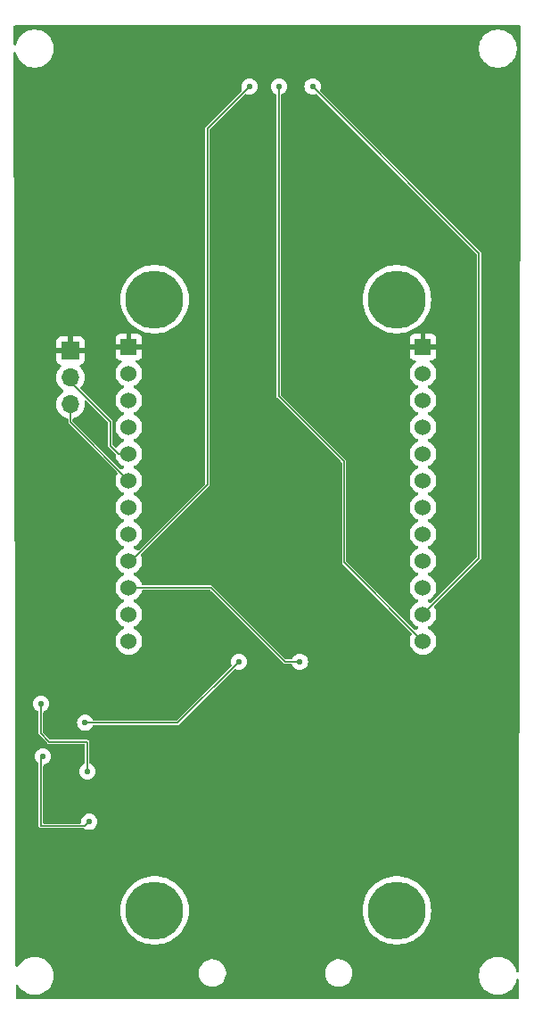
<source format=gbr>
%TF.GenerationSoftware,KiCad,Pcbnew,8.0.8-8.0.8-0~ubuntu24.04.1*%
%TF.CreationDate,2025-02-21T21:48:45-06:00*%
%TF.ProjectId,edge_human_detection_board,65646765-5f68-4756-9d61-6e5f64657465,rev?*%
%TF.SameCoordinates,Original*%
%TF.FileFunction,Copper,L4,Bot*%
%TF.FilePolarity,Positive*%
%FSLAX46Y46*%
G04 Gerber Fmt 4.6, Leading zero omitted, Abs format (unit mm)*
G04 Created by KiCad (PCBNEW 8.0.8-8.0.8-0~ubuntu24.04.1) date 2025-02-21 21:48:45*
%MOMM*%
%LPD*%
G01*
G04 APERTURE LIST*
%TA.AperFunction,ComponentPad*%
%ADD10R,1.700000X1.700000*%
%TD*%
%TA.AperFunction,ComponentPad*%
%ADD11O,1.700000X1.700000*%
%TD*%
%TA.AperFunction,ComponentPad*%
%ADD12C,5.500000*%
%TD*%
%TA.AperFunction,ComponentPad*%
%ADD13R,1.524000X1.524000*%
%TD*%
%TA.AperFunction,ComponentPad*%
%ADD14C,1.524000*%
%TD*%
%TA.AperFunction,ViaPad*%
%ADD15C,0.533400*%
%TD*%
%TA.AperFunction,Conductor*%
%ADD16C,0.152400*%
%TD*%
G04 APERTURE END LIST*
D10*
%TO.P,J1,1,Pin_1*%
%TO.N,GND*%
X96200000Y-78875000D03*
D11*
%TO.P,J1,2,Pin_2*%
%TO.N,/Coral Micro Breakouts/DEBUG_TX*%
X96200000Y-81415000D03*
%TO.P,J1,3,Pin_3*%
%TO.N,/Coral Micro Breakouts/DEBUG_RX*%
X96200000Y-83955000D03*
%TD*%
D12*
%TO.P,U1,*%
%TO.N,*%
X127200000Y-74000000D03*
X104200000Y-74000000D03*
X127200000Y-132000000D03*
X104200000Y-132000000D03*
D13*
%TO.P,U1,1,GND*%
%TO.N,GND*%
X129686760Y-78508680D03*
D14*
%TO.P,U1,2,1.8V*%
%TO.N,/Coral Micro Breakouts/+1.8VDC_TOF*%
X129686760Y-81048680D03*
%TO.P,U1,3,3.3V*%
%TO.N,/Coral Micro Breakouts/+3.3VDC*%
X129686760Y-83588680D03*
%TO.P,U1,4,RTC_3V*%
%TO.N,unconnected-(U1-RTC_3V-Pad4)*%
X129686760Y-86128680D03*
%TO.P,U1,5,SPI6_CS0*%
%TO.N,unconnected-(U1-SPI6_CS0-Pad5)*%
X129686760Y-88668680D03*
%TO.P,U1,6,SPI6_SCK*%
%TO.N,unconnected-(U1-SPI6_SCK-Pad6)*%
X129686760Y-91208680D03*
%TO.P,U1,7,SPI6_SDO*%
%TO.N,unconnected-(U1-SPI6_SDO-Pad7)*%
X129686760Y-93748680D03*
%TO.P,U1,8,SPI6_SDI*%
%TO.N,unconnected-(U1-SPI6_SDI-Pad8)*%
X129686760Y-96288680D03*
%TO.P,U1,9,DAC_OUT*%
%TO.N,unconnected-(U1-DAC_OUT-Pad9)*%
X129686760Y-98828680D03*
%TO.P,U1,10,I2C6_SDA*%
%TO.N,unconnected-(U1-I2C6_SDA-Pad10)*%
X129686760Y-101368680D03*
%TO.P,U1,11,I2C1_SCL*%
%TO.N,/Coral Micro Breakouts/SCL*%
X129686760Y-103908680D03*
%TO.P,U1,12,I2C1_SDA*%
%TO.N,/Coral Micro Breakouts/SDA*%
X129686760Y-106448680D03*
D13*
%TO.P,U1,13,GND*%
%TO.N,GND*%
X101746760Y-78508680D03*
D14*
%TO.P,U1,14,1.8V*%
%TO.N,/Coral Micro Breakouts/+1.8VDC_RGB*%
X101746760Y-81048680D03*
%TO.P,U1,15,ADC1_CH0A*%
%TO.N,unconnected-(U1-ADC1_CH0A-Pad15)*%
X101746760Y-83588680D03*
%TO.P,U1,16,ADC1_CH0B*%
%TO.N,unconnected-(U1-ADC1_CH0B-Pad16)*%
X101746760Y-86128680D03*
%TO.P,U1,17,UART6_TX*%
%TO.N,/Coral Micro Breakouts/DEBUG_TX*%
X101746760Y-88668680D03*
%TO.P,U1,18,UART6_RX*%
%TO.N,/Coral Micro Breakouts/DEBUG_RX*%
X101746760Y-91208680D03*
%TO.P,U1,19,UART6_CTX*%
%TO.N,unconnected-(U1-UART6_CTX-Pad19)*%
X101746760Y-93748680D03*
%TO.P,U1,20,UART6_RTS*%
%TO.N,unconnected-(U1-UART6_RTS-Pad20)*%
X101746760Y-96288680D03*
%TO.P,U1,21,PWM_B*%
%TO.N,/Coral Micro Breakouts/PWM_1*%
X101746760Y-98828680D03*
%TO.P,U1,22,PWM_A*%
%TO.N,/RGB Signalling/SIG_IN_PWM0*%
X101746760Y-101368680D03*
%TO.P,U1,23,I2C6_SCL*%
%TO.N,unconnected-(U1-I2C6_SCL-Pad23)*%
X101746760Y-103908680D03*
%TO.P,U1,24,VSYS*%
%TO.N,/Coral Micro Breakouts/+5VDC*%
X101746760Y-106448680D03*
%TD*%
D15*
%TO.N,GND*%
X119600000Y-103000000D03*
X98600000Y-86200000D03*
X112400000Y-74000000D03*
X122800000Y-81000000D03*
X106000000Y-80400000D03*
X115400000Y-118200000D03*
X131400000Y-138200000D03*
X98000000Y-138000000D03*
X96000000Y-128400000D03*
X136800000Y-118000000D03*
X136400000Y-94000000D03*
X96200000Y-96000000D03*
X103800000Y-67800000D03*
X127400000Y-67600000D03*
X136400000Y-63600000D03*
X136800000Y-53400000D03*
X94800000Y-66000000D03*
X94600000Y-54600000D03*
%TO.N,/RGB Signalling/SIG_IN_RGB3*%
X98000000Y-123600000D03*
%TO.N,/RGB Signalling/SIG_IN_RGB2*%
X97800000Y-118800000D03*
%TO.N,/RGB Signalling/SIG_IN_RGB3*%
X93600000Y-117400000D03*
%TO.N,/RGB Signalling/SIG_IN_RGB2*%
X93400000Y-112400000D03*
%TO.N,/RGB Signalling/SIG_IN_RGB1*%
X97600000Y-114200000D03*
%TO.N,/RGB Signalling/SIG_IN_PWM0*%
X118000000Y-108400000D03*
%TO.N,/Coral Micro Breakouts/PWM_1*%
X113200000Y-53800000D03*
%TO.N,/Coral Micro Breakouts/SDA*%
X116000000Y-53800000D03*
%TO.N,/Coral Micro Breakouts/SCL*%
X119200000Y-53800000D03*
%TO.N,/RGB Signalling/SIG_IN_RGB1*%
X112200000Y-108400000D03*
%TD*%
D16*
%TO.N,/Coral Micro Breakouts/DEBUG_TX*%
X96200000Y-81415000D02*
X96200000Y-81800000D01*
X96200000Y-81800000D02*
X100000000Y-85600000D01*
X100000000Y-85600000D02*
X100000000Y-87891440D01*
X100000000Y-87891440D02*
X100777240Y-88668680D01*
X100777240Y-88668680D02*
X101746760Y-88668680D01*
%TO.N,/Coral Micro Breakouts/DEBUG_RX*%
X96200000Y-83955000D02*
X96200000Y-85661920D01*
X96200000Y-85661920D02*
X101746760Y-91208680D01*
%TO.N,/RGB Signalling/SIG_IN_PWM0*%
X118000000Y-108400000D02*
X116600000Y-108400000D01*
X116600000Y-108400000D02*
X109568680Y-101368680D01*
X109568680Y-101368680D02*
X101746760Y-101368680D01*
%TO.N,/RGB Signalling/SIG_IN_RGB1*%
X97600000Y-114200000D02*
X106400000Y-114200000D01*
X106400000Y-114200000D02*
X112200000Y-108400000D01*
%TO.N,/RGB Signalling/SIG_IN_RGB2*%
X97800000Y-118800000D02*
X97800000Y-116000000D01*
X97800000Y-116000000D02*
X94200000Y-116000000D01*
X94200000Y-116000000D02*
X93400000Y-115200000D01*
X93400000Y-115200000D02*
X93400000Y-112400000D01*
%TO.N,/RGB Signalling/SIG_IN_RGB3*%
X97600000Y-124000000D02*
X93400000Y-124000000D01*
X98000000Y-123600000D02*
X97600000Y-124000000D01*
X93400000Y-124000000D02*
X93400000Y-117600000D01*
X93400000Y-117600000D02*
X93600000Y-117400000D01*
%TO.N,/Coral Micro Breakouts/PWM_1*%
X113200000Y-53800000D02*
X109200000Y-57800000D01*
X109200000Y-57800000D02*
X109200000Y-91600000D01*
X109200000Y-91600000D02*
X101971320Y-98828680D01*
X101971320Y-98828680D02*
X101746760Y-98828680D01*
%TO.N,/Coral Micro Breakouts/SDA*%
X116000000Y-53800000D02*
X116000000Y-83200000D01*
X116000000Y-83200000D02*
X122200000Y-89400000D01*
X122200000Y-89400000D02*
X122200000Y-98961920D01*
X122200000Y-98961920D02*
X129686760Y-106448680D01*
%TO.N,/Coral Micro Breakouts/SCL*%
X119200000Y-53800000D02*
X135000000Y-69600000D01*
X135000000Y-69600000D02*
X135000000Y-98595440D01*
X135000000Y-98595440D02*
X129686760Y-103908680D01*
%TD*%
%TA.AperFunction,Conductor*%
%TO.N,GND*%
G36*
X97732586Y-83622863D02*
G01*
X97747541Y-83635616D01*
X99759981Y-85648056D01*
X99793466Y-85709379D01*
X99796300Y-85735737D01*
X99796300Y-87931957D01*
X99796301Y-87931962D01*
X99827308Y-88006824D01*
X99902049Y-88081565D01*
X99902055Y-88081570D01*
X100446590Y-88626106D01*
X100480075Y-88687429D01*
X100482437Y-88702979D01*
X100498689Y-88888743D01*
X100498690Y-88888750D01*
X100555864Y-89102125D01*
X100555865Y-89102127D01*
X100555866Y-89102130D01*
X100610944Y-89220246D01*
X100649226Y-89302342D01*
X100649228Y-89302346D01*
X100775930Y-89483295D01*
X100775935Y-89483301D01*
X100932138Y-89639504D01*
X100932144Y-89639509D01*
X101113093Y-89766211D01*
X101113095Y-89766212D01*
X101113098Y-89766214D01*
X101232508Y-89821895D01*
X101241949Y-89826298D01*
X101294388Y-89872470D01*
X101313540Y-89939664D01*
X101293324Y-90006545D01*
X101241949Y-90051062D01*
X101113095Y-90111147D01*
X101094926Y-90123869D01*
X101028719Y-90146193D01*
X100960952Y-90129179D01*
X100936127Y-90109971D01*
X96440019Y-85613863D01*
X96406534Y-85552540D01*
X96403700Y-85526182D01*
X96403700Y-85393707D01*
X96423385Y-85326668D01*
X96476189Y-85280913D01*
X96495600Y-85273934D01*
X96608411Y-85243707D01*
X96663653Y-85228906D01*
X96663654Y-85228905D01*
X96663663Y-85228903D01*
X96877830Y-85129035D01*
X97071401Y-84993495D01*
X97238495Y-84826401D01*
X97374035Y-84632830D01*
X97473903Y-84418663D01*
X97535063Y-84190408D01*
X97555659Y-83955000D01*
X97536332Y-83734102D01*
X97550098Y-83665605D01*
X97598713Y-83615422D01*
X97666742Y-83599488D01*
X97732586Y-83622863D01*
G37*
%TD.AperFunction*%
%TA.AperFunction,Conductor*%
G36*
X138942770Y-48019685D02*
G01*
X138988525Y-48072489D01*
X138999731Y-48124268D01*
X138805655Y-137787006D01*
X138785825Y-137854003D01*
X138732922Y-137899644D01*
X138663742Y-137909437D01*
X138600250Y-137880275D01*
X138562603Y-137821415D01*
X138561901Y-137818908D01*
X138508606Y-137620007D01*
X138418284Y-137401951D01*
X138418282Y-137401948D01*
X138418280Y-137401943D01*
X138339755Y-137265935D01*
X138300273Y-137197550D01*
X138156592Y-137010301D01*
X138156587Y-137010295D01*
X137989704Y-136843412D01*
X137989697Y-136843406D01*
X137802454Y-136699730D01*
X137802453Y-136699729D01*
X137802450Y-136699727D01*
X137713168Y-136648180D01*
X137598056Y-136581719D01*
X137598045Y-136581714D01*
X137379993Y-136491394D01*
X137152010Y-136430306D01*
X136918020Y-136399501D01*
X136918017Y-136399500D01*
X136918011Y-136399500D01*
X136681989Y-136399500D01*
X136681983Y-136399500D01*
X136681979Y-136399501D01*
X136447989Y-136430306D01*
X136220006Y-136491394D01*
X136001954Y-136581714D01*
X136001943Y-136581719D01*
X135797545Y-136699730D01*
X135610302Y-136843406D01*
X135610295Y-136843412D01*
X135443412Y-137010295D01*
X135443406Y-137010302D01*
X135299730Y-137197545D01*
X135181719Y-137401943D01*
X135181714Y-137401954D01*
X135091394Y-137620006D01*
X135030306Y-137847989D01*
X134999501Y-138081979D01*
X134999500Y-138081995D01*
X134999500Y-138318004D01*
X134999501Y-138318020D01*
X135030306Y-138552010D01*
X135091394Y-138779993D01*
X135181714Y-138998045D01*
X135181719Y-138998056D01*
X135252677Y-139120957D01*
X135299727Y-139202450D01*
X135299729Y-139202453D01*
X135299730Y-139202454D01*
X135443406Y-139389697D01*
X135443412Y-139389704D01*
X135610295Y-139556587D01*
X135610301Y-139556592D01*
X135797550Y-139700273D01*
X135928918Y-139776118D01*
X136001943Y-139818280D01*
X136001948Y-139818282D01*
X136001951Y-139818284D01*
X136220007Y-139908606D01*
X136447986Y-139969693D01*
X136681989Y-140000500D01*
X136681996Y-140000500D01*
X136918004Y-140000500D01*
X136918011Y-140000500D01*
X137152014Y-139969693D01*
X137379993Y-139908606D01*
X137598049Y-139818284D01*
X137802450Y-139700273D01*
X137989699Y-139556592D01*
X138156592Y-139389699D01*
X138300273Y-139202450D01*
X138418284Y-138998049D01*
X138508606Y-138779993D01*
X138560078Y-138587897D01*
X138596442Y-138528238D01*
X138659289Y-138497709D01*
X138728664Y-138506004D01*
X138782542Y-138550489D01*
X138803817Y-138617041D01*
X138803852Y-138620260D01*
X138802724Y-139141632D01*
X138800932Y-139969693D01*
X138800268Y-140276268D01*
X138780438Y-140343265D01*
X138727535Y-140388906D01*
X138676268Y-140400000D01*
X91123732Y-140400000D01*
X91056693Y-140380315D01*
X91010938Y-140327511D01*
X90999732Y-140276268D01*
X90999135Y-140000498D01*
X90997276Y-139141631D01*
X91016816Y-139074550D01*
X91069521Y-139028681D01*
X91138657Y-139018588D01*
X91202276Y-139047476D01*
X91228661Y-139079361D01*
X91299727Y-139202450D01*
X91299730Y-139202454D01*
X91299732Y-139202457D01*
X91443406Y-139389697D01*
X91443412Y-139389704D01*
X91610295Y-139556587D01*
X91610301Y-139556592D01*
X91797550Y-139700273D01*
X91928918Y-139776118D01*
X92001943Y-139818280D01*
X92001948Y-139818282D01*
X92001951Y-139818284D01*
X92220007Y-139908606D01*
X92447986Y-139969693D01*
X92681989Y-140000500D01*
X92681996Y-140000500D01*
X92918004Y-140000500D01*
X92918011Y-140000500D01*
X93152014Y-139969693D01*
X93379993Y-139908606D01*
X93598049Y-139818284D01*
X93802450Y-139700273D01*
X93989699Y-139556592D01*
X94156592Y-139389699D01*
X94300273Y-139202450D01*
X94418284Y-138998049D01*
X94508606Y-138779993D01*
X94569693Y-138552014D01*
X94600500Y-138318011D01*
X94600500Y-138081989D01*
X94569693Y-137847986D01*
X94569249Y-137846328D01*
X108386260Y-137846328D01*
X108386260Y-138051031D01*
X108418282Y-138253214D01*
X108481541Y-138447903D01*
X108533812Y-138550489D01*
X108569362Y-138620260D01*
X108574475Y-138630293D01*
X108694788Y-138795893D01*
X108839546Y-138940651D01*
X108986581Y-139047476D01*
X109005150Y-139060967D01*
X109121367Y-139120183D01*
X109187536Y-139153898D01*
X109187538Y-139153898D01*
X109187541Y-139153900D01*
X109291897Y-139187807D01*
X109382225Y-139217157D01*
X109483317Y-139233168D01*
X109584408Y-139249180D01*
X109584409Y-139249180D01*
X109789111Y-139249180D01*
X109789112Y-139249180D01*
X109991294Y-139217157D01*
X110185979Y-139153900D01*
X110368370Y-139060967D01*
X110461350Y-138993412D01*
X110533973Y-138940651D01*
X110533975Y-138940648D01*
X110533979Y-138940646D01*
X110678726Y-138795899D01*
X110678728Y-138795895D01*
X110678731Y-138795893D01*
X110731492Y-138723270D01*
X110799047Y-138630290D01*
X110891980Y-138447899D01*
X110955237Y-138253214D01*
X110987260Y-138051032D01*
X110987260Y-137846328D01*
X120386260Y-137846328D01*
X120386260Y-138051031D01*
X120418282Y-138253214D01*
X120481541Y-138447903D01*
X120533812Y-138550489D01*
X120569362Y-138620260D01*
X120574475Y-138630293D01*
X120694788Y-138795893D01*
X120839546Y-138940651D01*
X120986581Y-139047476D01*
X121005150Y-139060967D01*
X121121367Y-139120183D01*
X121187536Y-139153898D01*
X121187538Y-139153898D01*
X121187541Y-139153900D01*
X121291897Y-139187807D01*
X121382225Y-139217157D01*
X121483317Y-139233168D01*
X121584408Y-139249180D01*
X121584409Y-139249180D01*
X121789111Y-139249180D01*
X121789112Y-139249180D01*
X121991294Y-139217157D01*
X122185979Y-139153900D01*
X122368370Y-139060967D01*
X122461350Y-138993412D01*
X122533973Y-138940651D01*
X122533975Y-138940648D01*
X122533979Y-138940646D01*
X122678726Y-138795899D01*
X122678728Y-138795895D01*
X122678731Y-138795893D01*
X122731492Y-138723270D01*
X122799047Y-138630290D01*
X122891980Y-138447899D01*
X122955237Y-138253214D01*
X122987260Y-138051032D01*
X122987260Y-137846328D01*
X122955237Y-137644146D01*
X122947393Y-137620006D01*
X122891978Y-137449456D01*
X122854490Y-137375883D01*
X122799047Y-137267070D01*
X122791316Y-137256429D01*
X122678731Y-137101466D01*
X122533973Y-136956708D01*
X122368373Y-136836395D01*
X122368372Y-136836394D01*
X122368370Y-136836393D01*
X122311413Y-136807371D01*
X122185983Y-136743461D01*
X121991294Y-136680202D01*
X121816755Y-136652558D01*
X121789112Y-136648180D01*
X121584408Y-136648180D01*
X121560089Y-136652031D01*
X121382225Y-136680202D01*
X121187536Y-136743461D01*
X121005146Y-136836395D01*
X120839546Y-136956708D01*
X120694788Y-137101466D01*
X120574475Y-137267066D01*
X120481541Y-137449456D01*
X120418282Y-137644145D01*
X120386260Y-137846328D01*
X110987260Y-137846328D01*
X110955237Y-137644146D01*
X110947393Y-137620006D01*
X110891978Y-137449456D01*
X110854490Y-137375883D01*
X110799047Y-137267070D01*
X110791316Y-137256429D01*
X110678731Y-137101466D01*
X110533973Y-136956708D01*
X110368373Y-136836395D01*
X110368372Y-136836394D01*
X110368370Y-136836393D01*
X110311413Y-136807371D01*
X110185983Y-136743461D01*
X109991294Y-136680202D01*
X109816755Y-136652558D01*
X109789112Y-136648180D01*
X109584408Y-136648180D01*
X109560089Y-136652031D01*
X109382225Y-136680202D01*
X109187536Y-136743461D01*
X109005146Y-136836395D01*
X108839546Y-136956708D01*
X108694788Y-137101466D01*
X108574475Y-137267066D01*
X108481541Y-137449456D01*
X108418282Y-137644145D01*
X108386260Y-137846328D01*
X94569249Y-137846328D01*
X94508606Y-137620007D01*
X94418284Y-137401951D01*
X94418282Y-137401948D01*
X94418280Y-137401943D01*
X94339755Y-137265935D01*
X94300273Y-137197550D01*
X94156592Y-137010301D01*
X94156587Y-137010295D01*
X93989704Y-136843412D01*
X93989697Y-136843406D01*
X93802454Y-136699730D01*
X93802453Y-136699729D01*
X93802450Y-136699727D01*
X93713168Y-136648180D01*
X93598056Y-136581719D01*
X93598045Y-136581714D01*
X93379993Y-136491394D01*
X93152010Y-136430306D01*
X92918020Y-136399501D01*
X92918017Y-136399500D01*
X92918011Y-136399500D01*
X92681989Y-136399500D01*
X92681983Y-136399500D01*
X92681979Y-136399501D01*
X92447989Y-136430306D01*
X92220006Y-136491394D01*
X92001954Y-136581714D01*
X92001943Y-136581719D01*
X91797545Y-136699730D01*
X91610302Y-136843406D01*
X91610295Y-136843412D01*
X91443412Y-137010295D01*
X91443406Y-137010302D01*
X91299732Y-137197542D01*
X91224603Y-137327668D01*
X91174035Y-137375883D01*
X91105428Y-137389105D01*
X91040563Y-137363137D01*
X91000036Y-137306222D01*
X90993216Y-137265935D01*
X90992301Y-136843412D01*
X90981817Y-131999997D01*
X100944726Y-131999997D01*
X100944726Y-132000002D01*
X100963808Y-132351954D01*
X101020833Y-132699793D01*
X101020834Y-132699796D01*
X101115126Y-133039408D01*
X101115127Y-133039410D01*
X101245588Y-133366844D01*
X101245597Y-133366862D01*
X101410695Y-133678269D01*
X101608498Y-133970006D01*
X101608505Y-133970016D01*
X101836685Y-134238649D01*
X101836686Y-134238650D01*
X102092580Y-134481046D01*
X102373182Y-134694354D01*
X102675202Y-134876074D01*
X102675206Y-134876075D01*
X102675210Y-134876078D01*
X102995088Y-135024070D01*
X102995092Y-135024070D01*
X102995099Y-135024074D01*
X103329122Y-135136619D01*
X103673355Y-135212391D01*
X104023763Y-135250500D01*
X104023769Y-135250500D01*
X104376231Y-135250500D01*
X104376237Y-135250500D01*
X104726645Y-135212391D01*
X105070878Y-135136619D01*
X105404901Y-135024074D01*
X105404908Y-135024070D01*
X105404911Y-135024070D01*
X105724789Y-134876078D01*
X105724798Y-134876074D01*
X106026818Y-134694354D01*
X106307420Y-134481046D01*
X106563314Y-134238650D01*
X106791501Y-133970008D01*
X106989305Y-133678269D01*
X107154407Y-133366854D01*
X107284871Y-133039414D01*
X107379168Y-132699788D01*
X107436191Y-132351957D01*
X107455274Y-132000000D01*
X107455274Y-131999997D01*
X123944726Y-131999997D01*
X123944726Y-132000002D01*
X123963808Y-132351954D01*
X124020833Y-132699793D01*
X124020834Y-132699796D01*
X124115126Y-133039408D01*
X124115127Y-133039410D01*
X124245588Y-133366844D01*
X124245597Y-133366862D01*
X124410695Y-133678269D01*
X124608498Y-133970006D01*
X124608505Y-133970016D01*
X124836685Y-134238649D01*
X124836686Y-134238650D01*
X125092580Y-134481046D01*
X125373182Y-134694354D01*
X125675202Y-134876074D01*
X125675206Y-134876075D01*
X125675210Y-134876078D01*
X125995088Y-135024070D01*
X125995092Y-135024070D01*
X125995099Y-135024074D01*
X126329122Y-135136619D01*
X126673355Y-135212391D01*
X127023763Y-135250500D01*
X127023769Y-135250500D01*
X127376231Y-135250500D01*
X127376237Y-135250500D01*
X127726645Y-135212391D01*
X128070878Y-135136619D01*
X128404901Y-135024074D01*
X128404908Y-135024070D01*
X128404911Y-135024070D01*
X128724789Y-134876078D01*
X128724798Y-134876074D01*
X129026818Y-134694354D01*
X129307420Y-134481046D01*
X129563314Y-134238650D01*
X129791501Y-133970008D01*
X129989305Y-133678269D01*
X130154407Y-133366854D01*
X130284871Y-133039414D01*
X130379168Y-132699788D01*
X130436191Y-132351957D01*
X130455274Y-132000000D01*
X130436191Y-131648043D01*
X130379168Y-131300212D01*
X130336704Y-131147271D01*
X130284873Y-130960591D01*
X130284872Y-130960589D01*
X130154411Y-130633155D01*
X130154402Y-130633137D01*
X129989304Y-130321730D01*
X129791501Y-130029992D01*
X129791497Y-130029987D01*
X129791494Y-130029983D01*
X129563314Y-129761350D01*
X129307420Y-129518954D01*
X129307413Y-129518948D01*
X129307410Y-129518946D01*
X129026815Y-129305644D01*
X128724802Y-129123928D01*
X128724789Y-129123921D01*
X128404911Y-128975929D01*
X128404906Y-128975928D01*
X128404903Y-128975927D01*
X128404901Y-128975926D01*
X128298432Y-128940052D01*
X128070880Y-128863381D01*
X127726643Y-128787608D01*
X127376238Y-128749500D01*
X127376237Y-128749500D01*
X127023763Y-128749500D01*
X127023761Y-128749500D01*
X126673356Y-128787608D01*
X126329119Y-128863381D01*
X125995093Y-128975928D01*
X125995088Y-128975929D01*
X125675210Y-129123921D01*
X125675197Y-129123928D01*
X125373184Y-129305644D01*
X125092589Y-129518946D01*
X125092580Y-129518954D01*
X124836685Y-129761350D01*
X124608505Y-130029983D01*
X124608498Y-130029993D01*
X124410695Y-130321730D01*
X124245597Y-130633137D01*
X124245588Y-130633155D01*
X124115127Y-130960589D01*
X124115126Y-130960591D01*
X124020834Y-131300203D01*
X124020833Y-131300206D01*
X123963808Y-131648045D01*
X123944726Y-131999997D01*
X107455274Y-131999997D01*
X107436191Y-131648043D01*
X107379168Y-131300212D01*
X107336704Y-131147271D01*
X107284873Y-130960591D01*
X107284872Y-130960589D01*
X107154411Y-130633155D01*
X107154402Y-130633137D01*
X106989304Y-130321730D01*
X106791501Y-130029992D01*
X106791497Y-130029987D01*
X106791494Y-130029983D01*
X106563314Y-129761350D01*
X106307420Y-129518954D01*
X106307413Y-129518948D01*
X106307410Y-129518946D01*
X106026815Y-129305644D01*
X105724802Y-129123928D01*
X105724789Y-129123921D01*
X105404911Y-128975929D01*
X105404906Y-128975928D01*
X105404903Y-128975927D01*
X105404901Y-128975926D01*
X105298432Y-128940052D01*
X105070880Y-128863381D01*
X104726643Y-128787608D01*
X104376238Y-128749500D01*
X104376237Y-128749500D01*
X104023763Y-128749500D01*
X104023761Y-128749500D01*
X103673356Y-128787608D01*
X103329119Y-128863381D01*
X102995093Y-128975928D01*
X102995088Y-128975929D01*
X102675210Y-129123921D01*
X102675197Y-129123928D01*
X102373184Y-129305644D01*
X102092589Y-129518946D01*
X102092580Y-129518954D01*
X101836685Y-129761350D01*
X101608505Y-130029983D01*
X101608498Y-130029993D01*
X101410695Y-130321730D01*
X101245597Y-130633137D01*
X101245588Y-130633155D01*
X101115127Y-130960589D01*
X101115126Y-130960591D01*
X101020834Y-131300203D01*
X101020833Y-131300206D01*
X100963808Y-131648045D01*
X100944726Y-131999997D01*
X90981817Y-131999997D01*
X90950216Y-117399996D01*
X92827945Y-117399996D01*
X92827945Y-117400003D01*
X92847301Y-117571795D01*
X92904402Y-117734983D01*
X92996382Y-117881367D01*
X93118631Y-118003616D01*
X93118634Y-118003618D01*
X93138271Y-118015957D01*
X93184563Y-118068291D01*
X93196300Y-118120951D01*
X93196300Y-124040517D01*
X93196301Y-124040522D01*
X93227308Y-124115384D01*
X93284615Y-124172691D01*
X93342517Y-124196673D01*
X93359481Y-124203700D01*
X93440519Y-124203700D01*
X97483040Y-124203700D01*
X97549013Y-124222707D01*
X97665018Y-124295598D01*
X97828202Y-124352698D01*
X97885468Y-124359150D01*
X97999996Y-124372055D01*
X98000000Y-124372055D01*
X98000004Y-124372055D01*
X98098170Y-124360993D01*
X98171798Y-124352698D01*
X98334982Y-124295598D01*
X98481368Y-124203617D01*
X98603617Y-124081368D01*
X98695598Y-123934982D01*
X98752698Y-123771798D01*
X98765473Y-123658418D01*
X98772055Y-123600003D01*
X98772055Y-123599996D01*
X98752698Y-123428204D01*
X98752698Y-123428202D01*
X98695598Y-123265018D01*
X98603617Y-123118632D01*
X98481368Y-122996383D01*
X98481367Y-122996382D01*
X98334983Y-122904402D01*
X98171795Y-122847301D01*
X98000004Y-122827945D01*
X97999996Y-122827945D01*
X97828204Y-122847301D01*
X97665016Y-122904402D01*
X97518632Y-122996382D01*
X97396382Y-123118632D01*
X97304402Y-123265016D01*
X97247301Y-123428204D01*
X97227945Y-123599996D01*
X97227945Y-123600005D01*
X97234526Y-123658418D01*
X97222471Y-123727239D01*
X97175122Y-123778618D01*
X97111306Y-123796300D01*
X93727700Y-123796300D01*
X93660661Y-123776615D01*
X93614906Y-123723811D01*
X93603700Y-123672300D01*
X93603700Y-118282451D01*
X93623385Y-118215412D01*
X93676189Y-118169657D01*
X93713818Y-118159231D01*
X93771794Y-118152699D01*
X93771796Y-118152698D01*
X93771798Y-118152698D01*
X93934982Y-118095598D01*
X94081368Y-118003617D01*
X94203617Y-117881368D01*
X94295598Y-117734982D01*
X94352698Y-117571798D01*
X94372055Y-117400000D01*
X94352698Y-117228202D01*
X94295598Y-117065018D01*
X94203617Y-116918632D01*
X94081368Y-116796383D01*
X94081367Y-116796382D01*
X93934983Y-116704402D01*
X93771795Y-116647301D01*
X93600004Y-116627945D01*
X93599996Y-116627945D01*
X93428204Y-116647301D01*
X93265016Y-116704402D01*
X93118632Y-116796382D01*
X92996382Y-116918632D01*
X92904402Y-117065016D01*
X92847301Y-117228204D01*
X92827945Y-117399996D01*
X90950216Y-117399996D01*
X90939393Y-112399996D01*
X92627945Y-112399996D01*
X92627945Y-112400003D01*
X92647301Y-112571795D01*
X92704402Y-112734983D01*
X92796382Y-112881367D01*
X92796383Y-112881368D01*
X92918632Y-113003617D01*
X93065018Y-113095598D01*
X93113254Y-113112476D01*
X93170030Y-113153197D01*
X93195778Y-113218150D01*
X93196300Y-113229518D01*
X93196300Y-115240517D01*
X93196301Y-115240522D01*
X93227308Y-115315384D01*
X93302049Y-115390125D01*
X93302055Y-115390130D01*
X94020240Y-116108315D01*
X94020243Y-116108319D01*
X94020244Y-116108319D01*
X94027310Y-116115385D01*
X94027311Y-116115387D01*
X94084613Y-116172689D01*
X94106541Y-116181772D01*
X94159481Y-116203701D01*
X94159482Y-116203701D01*
X94254953Y-116203701D01*
X94254961Y-116203700D01*
X97472300Y-116203700D01*
X97539339Y-116223385D01*
X97585094Y-116276189D01*
X97596300Y-116327700D01*
X97596300Y-117970481D01*
X97576615Y-118037520D01*
X97523811Y-118083275D01*
X97513257Y-118087522D01*
X97465014Y-118104403D01*
X97318632Y-118196382D01*
X97196382Y-118318632D01*
X97104402Y-118465016D01*
X97047301Y-118628204D01*
X97027945Y-118799996D01*
X97027945Y-118800003D01*
X97047301Y-118971795D01*
X97104402Y-119134983D01*
X97196382Y-119281367D01*
X97196383Y-119281368D01*
X97318632Y-119403617D01*
X97465018Y-119495598D01*
X97628202Y-119552698D01*
X97685468Y-119559150D01*
X97799996Y-119572055D01*
X97800000Y-119572055D01*
X97800004Y-119572055D01*
X97898170Y-119560993D01*
X97971798Y-119552698D01*
X98134982Y-119495598D01*
X98281368Y-119403617D01*
X98403617Y-119281368D01*
X98495598Y-119134982D01*
X98552698Y-118971798D01*
X98572055Y-118800000D01*
X98552698Y-118628202D01*
X98495598Y-118465018D01*
X98403617Y-118318632D01*
X98281368Y-118196383D01*
X98281367Y-118196382D01*
X98134984Y-118104403D01*
X98134985Y-118104403D01*
X98086743Y-118087522D01*
X98029968Y-118046799D01*
X98004222Y-117981846D01*
X98003700Y-117970481D01*
X98003700Y-115959482D01*
X98003698Y-115959477D01*
X97972691Y-115884615D01*
X97915384Y-115827308D01*
X97840522Y-115796301D01*
X97840520Y-115796300D01*
X97840519Y-115796300D01*
X97840517Y-115796300D01*
X94335737Y-115796300D01*
X94268698Y-115776615D01*
X94248056Y-115759981D01*
X93640019Y-115151944D01*
X93606534Y-115090621D01*
X93603700Y-115064263D01*
X93603700Y-114199996D01*
X96827945Y-114199996D01*
X96827945Y-114200003D01*
X96847301Y-114371795D01*
X96847301Y-114371797D01*
X96847302Y-114371798D01*
X96854407Y-114392103D01*
X96904402Y-114534983D01*
X96996382Y-114681367D01*
X96996383Y-114681368D01*
X97118632Y-114803617D01*
X97265018Y-114895598D01*
X97428202Y-114952698D01*
X97485468Y-114959150D01*
X97599996Y-114972055D01*
X97600000Y-114972055D01*
X97600004Y-114972055D01*
X97698170Y-114960993D01*
X97771798Y-114952698D01*
X97934982Y-114895598D01*
X98081368Y-114803617D01*
X98203617Y-114681368D01*
X98295598Y-114534982D01*
X98312476Y-114486745D01*
X98353197Y-114429970D01*
X98418150Y-114404222D01*
X98429518Y-114403700D01*
X106440517Y-114403700D01*
X106440519Y-114403700D01*
X106477953Y-114388194D01*
X106515384Y-114372691D01*
X106515385Y-114372689D01*
X106515387Y-114372689D01*
X106572689Y-114315387D01*
X106572689Y-114315386D01*
X106590127Y-114297948D01*
X106590129Y-114297945D01*
X111756187Y-109131886D01*
X111817508Y-109098403D01*
X111884820Y-109102527D01*
X112028202Y-109152698D01*
X112085468Y-109159150D01*
X112199996Y-109172055D01*
X112200000Y-109172055D01*
X112200004Y-109172055D01*
X112298170Y-109160993D01*
X112371798Y-109152698D01*
X112534982Y-109095598D01*
X112681368Y-109003617D01*
X112803617Y-108881368D01*
X112895598Y-108734982D01*
X112952698Y-108571798D01*
X112972055Y-108400000D01*
X112952698Y-108228202D01*
X112895598Y-108065018D01*
X112803617Y-107918632D01*
X112681368Y-107796383D01*
X112681367Y-107796382D01*
X112534983Y-107704402D01*
X112371795Y-107647301D01*
X112200004Y-107627945D01*
X112199996Y-107627945D01*
X112028204Y-107647301D01*
X111865016Y-107704402D01*
X111718632Y-107796382D01*
X111596382Y-107918632D01*
X111504402Y-108065016D01*
X111447301Y-108228204D01*
X111427945Y-108399996D01*
X111427945Y-108400003D01*
X111447301Y-108571795D01*
X111447301Y-108571797D01*
X111447302Y-108571798D01*
X111458464Y-108603698D01*
X111497472Y-108715177D01*
X111501033Y-108784956D01*
X111468111Y-108843812D01*
X106351944Y-113959981D01*
X106290621Y-113993466D01*
X106264263Y-113996300D01*
X98429518Y-113996300D01*
X98362479Y-113976615D01*
X98316724Y-113923811D01*
X98312476Y-113913254D01*
X98295597Y-113865016D01*
X98203617Y-113718632D01*
X98081367Y-113596382D01*
X97934983Y-113504402D01*
X97771795Y-113447301D01*
X97600004Y-113427945D01*
X97599996Y-113427945D01*
X97428204Y-113447301D01*
X97265016Y-113504402D01*
X97118632Y-113596382D01*
X96996382Y-113718632D01*
X96904402Y-113865016D01*
X96847301Y-114028204D01*
X96827945Y-114199996D01*
X93603700Y-114199996D01*
X93603700Y-113229518D01*
X93623385Y-113162479D01*
X93676189Y-113116724D01*
X93686740Y-113112478D01*
X93734982Y-113095598D01*
X93881368Y-113003617D01*
X94003617Y-112881368D01*
X94095598Y-112734982D01*
X94152698Y-112571798D01*
X94172055Y-112400000D01*
X94152698Y-112228202D01*
X94095598Y-112065018D01*
X94003617Y-111918632D01*
X93881368Y-111796383D01*
X93881367Y-111796382D01*
X93734983Y-111704402D01*
X93571795Y-111647301D01*
X93400004Y-111627945D01*
X93399996Y-111627945D01*
X93228204Y-111647301D01*
X93065016Y-111704402D01*
X92918632Y-111796382D01*
X92796382Y-111918632D01*
X92704402Y-112065016D01*
X92647301Y-112228204D01*
X92627945Y-112399996D01*
X90939393Y-112399996D01*
X90872326Y-81414999D01*
X94844341Y-81414999D01*
X94844341Y-81415000D01*
X94864936Y-81650403D01*
X94864938Y-81650413D01*
X94926094Y-81878655D01*
X94926096Y-81878659D01*
X94926097Y-81878663D01*
X94991775Y-82019509D01*
X95025965Y-82092830D01*
X95025967Y-82092834D01*
X95161501Y-82286395D01*
X95161506Y-82286402D01*
X95328597Y-82453493D01*
X95328603Y-82453498D01*
X95514158Y-82583425D01*
X95557783Y-82638002D01*
X95564977Y-82707500D01*
X95533454Y-82769855D01*
X95514158Y-82786575D01*
X95328597Y-82916505D01*
X95161505Y-83083597D01*
X95025965Y-83277169D01*
X95025964Y-83277171D01*
X94926098Y-83491335D01*
X94926094Y-83491344D01*
X94864938Y-83719586D01*
X94864936Y-83719596D01*
X94844341Y-83954999D01*
X94844341Y-83955000D01*
X94864936Y-84190403D01*
X94864938Y-84190413D01*
X94926094Y-84418655D01*
X94926096Y-84418659D01*
X94926097Y-84418663D01*
X94991775Y-84559509D01*
X95025965Y-84632830D01*
X95025967Y-84632834D01*
X95105416Y-84746298D01*
X95161505Y-84826401D01*
X95328599Y-84993495D01*
X95382369Y-85031145D01*
X95522165Y-85129032D01*
X95522167Y-85129033D01*
X95522170Y-85129035D01*
X95736337Y-85228903D01*
X95736342Y-85228904D01*
X95736346Y-85228906D01*
X95815903Y-85250222D01*
X95904393Y-85273933D01*
X95964053Y-85310296D01*
X95994583Y-85373143D01*
X95996300Y-85393707D01*
X95996300Y-85702437D01*
X95996301Y-85702442D01*
X96027308Y-85777304D01*
X96102049Y-85852045D01*
X96102054Y-85852049D01*
X100648053Y-90398049D01*
X100681537Y-90459370D01*
X100676553Y-90529062D01*
X100661948Y-90556849D01*
X100649227Y-90575017D01*
X100555867Y-90775228D01*
X100555864Y-90775234D01*
X100498690Y-90988609D01*
X100498689Y-90988617D01*
X100479437Y-91208677D01*
X100479437Y-91208682D01*
X100498689Y-91428742D01*
X100498690Y-91428750D01*
X100555864Y-91642125D01*
X100555865Y-91642127D01*
X100555866Y-91642130D01*
X100590025Y-91715384D01*
X100649226Y-91842342D01*
X100649228Y-91842346D01*
X100775930Y-92023295D01*
X100775935Y-92023301D01*
X100932138Y-92179504D01*
X100932144Y-92179509D01*
X101113093Y-92306211D01*
X101113095Y-92306212D01*
X101113098Y-92306214D01*
X101232508Y-92361895D01*
X101241949Y-92366298D01*
X101294388Y-92412470D01*
X101313540Y-92479664D01*
X101293324Y-92546545D01*
X101241949Y-92591062D01*
X101113100Y-92651145D01*
X101113098Y-92651146D01*
X100932137Y-92777855D01*
X100775935Y-92934057D01*
X100649226Y-93115018D01*
X100649225Y-93115020D01*
X100555867Y-93315228D01*
X100555864Y-93315234D01*
X100498690Y-93528609D01*
X100498689Y-93528617D01*
X100479437Y-93748677D01*
X100479437Y-93748682D01*
X100498689Y-93968742D01*
X100498690Y-93968750D01*
X100555864Y-94182125D01*
X100555865Y-94182127D01*
X100555866Y-94182130D01*
X100649226Y-94382342D01*
X100649228Y-94382346D01*
X100775930Y-94563295D01*
X100775935Y-94563301D01*
X100932138Y-94719504D01*
X100932144Y-94719509D01*
X101113093Y-94846211D01*
X101113095Y-94846212D01*
X101113098Y-94846214D01*
X101232508Y-94901895D01*
X101241949Y-94906298D01*
X101294388Y-94952470D01*
X101313540Y-95019664D01*
X101293324Y-95086545D01*
X101241949Y-95131062D01*
X101113100Y-95191145D01*
X101113098Y-95191146D01*
X100932137Y-95317855D01*
X100775935Y-95474057D01*
X100649226Y-95655018D01*
X100649225Y-95655020D01*
X100555867Y-95855228D01*
X100555864Y-95855234D01*
X100498690Y-96068609D01*
X100498689Y-96068617D01*
X100479437Y-96288677D01*
X100479437Y-96288682D01*
X100498689Y-96508742D01*
X100498690Y-96508750D01*
X100555864Y-96722125D01*
X100555865Y-96722127D01*
X100555866Y-96722130D01*
X100649226Y-96922342D01*
X100649228Y-96922346D01*
X100775930Y-97103295D01*
X100775935Y-97103301D01*
X100932138Y-97259504D01*
X100932144Y-97259509D01*
X101113093Y-97386211D01*
X101113095Y-97386212D01*
X101113098Y-97386214D01*
X101232508Y-97441895D01*
X101241949Y-97446298D01*
X101294388Y-97492470D01*
X101313540Y-97559664D01*
X101293324Y-97626545D01*
X101241949Y-97671062D01*
X101113100Y-97731145D01*
X101113098Y-97731146D01*
X100932137Y-97857855D01*
X100775935Y-98014057D01*
X100649226Y-98195018D01*
X100649225Y-98195020D01*
X100555867Y-98395228D01*
X100555864Y-98395234D01*
X100498690Y-98608609D01*
X100498689Y-98608617D01*
X100479437Y-98828677D01*
X100479437Y-98828682D01*
X100498689Y-99048742D01*
X100498690Y-99048750D01*
X100555864Y-99262125D01*
X100555865Y-99262127D01*
X100555866Y-99262130D01*
X100649226Y-99462342D01*
X100649228Y-99462346D01*
X100775930Y-99643295D01*
X100775935Y-99643301D01*
X100932138Y-99799504D01*
X100932144Y-99799509D01*
X101113093Y-99926211D01*
X101113095Y-99926212D01*
X101113098Y-99926214D01*
X101232508Y-99981895D01*
X101241949Y-99986298D01*
X101294388Y-100032470D01*
X101313540Y-100099664D01*
X101293324Y-100166545D01*
X101241949Y-100211062D01*
X101113100Y-100271145D01*
X101113098Y-100271146D01*
X100932137Y-100397855D01*
X100775935Y-100554057D01*
X100649226Y-100735018D01*
X100649225Y-100735020D01*
X100555867Y-100935228D01*
X100555864Y-100935234D01*
X100498690Y-101148609D01*
X100498689Y-101148617D01*
X100479437Y-101368677D01*
X100479437Y-101368682D01*
X100498689Y-101588742D01*
X100498690Y-101588750D01*
X100555864Y-101802125D01*
X100555865Y-101802127D01*
X100555866Y-101802130D01*
X100649226Y-102002342D01*
X100649228Y-102002346D01*
X100775930Y-102183295D01*
X100775935Y-102183301D01*
X100932138Y-102339504D01*
X100932144Y-102339509D01*
X101113093Y-102466211D01*
X101113095Y-102466212D01*
X101113098Y-102466214D01*
X101232508Y-102521895D01*
X101241949Y-102526298D01*
X101294388Y-102572470D01*
X101313540Y-102639664D01*
X101293324Y-102706545D01*
X101241949Y-102751062D01*
X101113100Y-102811145D01*
X101113098Y-102811146D01*
X100932137Y-102937855D01*
X100775935Y-103094057D01*
X100649226Y-103275018D01*
X100649225Y-103275020D01*
X100555867Y-103475228D01*
X100555864Y-103475234D01*
X100498690Y-103688609D01*
X100498689Y-103688617D01*
X100479437Y-103908677D01*
X100479437Y-103908682D01*
X100498689Y-104128742D01*
X100498690Y-104128750D01*
X100555864Y-104342125D01*
X100555865Y-104342127D01*
X100555866Y-104342130D01*
X100649226Y-104542342D01*
X100649228Y-104542346D01*
X100775930Y-104723295D01*
X100775935Y-104723301D01*
X100932138Y-104879504D01*
X100932144Y-104879509D01*
X101113093Y-105006211D01*
X101113095Y-105006212D01*
X101113098Y-105006214D01*
X101232508Y-105061895D01*
X101241949Y-105066298D01*
X101294388Y-105112470D01*
X101313540Y-105179664D01*
X101293324Y-105246545D01*
X101241949Y-105291062D01*
X101113100Y-105351145D01*
X101113098Y-105351146D01*
X100932137Y-105477855D01*
X100775935Y-105634057D01*
X100649226Y-105815018D01*
X100649225Y-105815020D01*
X100555867Y-106015228D01*
X100555864Y-106015234D01*
X100498690Y-106228609D01*
X100498689Y-106228617D01*
X100479437Y-106448677D01*
X100479437Y-106448682D01*
X100498689Y-106668742D01*
X100498690Y-106668750D01*
X100555864Y-106882125D01*
X100555865Y-106882127D01*
X100555866Y-106882130D01*
X100649226Y-107082342D01*
X100649228Y-107082346D01*
X100775930Y-107263295D01*
X100775935Y-107263301D01*
X100932138Y-107419504D01*
X100932144Y-107419509D01*
X101113093Y-107546211D01*
X101113095Y-107546212D01*
X101113098Y-107546214D01*
X101313310Y-107639574D01*
X101526692Y-107696750D01*
X101683883Y-107710502D01*
X101746758Y-107716003D01*
X101746760Y-107716003D01*
X101746762Y-107716003D01*
X101801777Y-107711189D01*
X101966828Y-107696750D01*
X102180210Y-107639574D01*
X102380422Y-107546214D01*
X102561380Y-107419506D01*
X102717586Y-107263300D01*
X102844294Y-107082342D01*
X102937654Y-106882130D01*
X102994830Y-106668748D01*
X103014083Y-106448680D01*
X102994830Y-106228612D01*
X102937654Y-106015230D01*
X102844294Y-105815019D01*
X102717586Y-105634060D01*
X102561380Y-105477854D01*
X102561376Y-105477851D01*
X102561375Y-105477850D01*
X102380426Y-105351148D01*
X102380418Y-105351144D01*
X102251571Y-105291062D01*
X102199131Y-105244890D01*
X102179979Y-105177697D01*
X102200195Y-105110815D01*
X102251571Y-105066298D01*
X102257562Y-105063504D01*
X102380422Y-105006214D01*
X102561380Y-104879506D01*
X102717586Y-104723300D01*
X102844294Y-104542342D01*
X102937654Y-104342130D01*
X102994830Y-104128748D01*
X103014083Y-103908680D01*
X102994830Y-103688612D01*
X102937654Y-103475230D01*
X102844294Y-103275019D01*
X102717586Y-103094060D01*
X102561380Y-102937854D01*
X102561376Y-102937851D01*
X102561375Y-102937850D01*
X102380426Y-102811148D01*
X102380418Y-102811144D01*
X102251571Y-102751062D01*
X102199131Y-102704890D01*
X102179979Y-102637697D01*
X102200195Y-102570815D01*
X102251571Y-102526298D01*
X102257562Y-102523504D01*
X102380422Y-102466214D01*
X102561380Y-102339506D01*
X102717586Y-102183300D01*
X102844294Y-102002342D01*
X102937654Y-101802130D01*
X102974589Y-101664286D01*
X103010954Y-101604626D01*
X103073801Y-101574097D01*
X103094364Y-101572380D01*
X109432943Y-101572380D01*
X109499982Y-101592065D01*
X109520624Y-101608699D01*
X116420240Y-108508315D01*
X116420243Y-108508319D01*
X116484615Y-108572691D01*
X116542517Y-108596673D01*
X116559481Y-108603700D01*
X116640519Y-108603700D01*
X117170482Y-108603700D01*
X117237521Y-108623385D01*
X117283276Y-108676189D01*
X117287524Y-108686746D01*
X117304402Y-108734983D01*
X117396382Y-108881367D01*
X117518632Y-109003617D01*
X117620467Y-109067605D01*
X117665018Y-109095598D01*
X117828202Y-109152698D01*
X117885468Y-109159150D01*
X117999996Y-109172055D01*
X118000000Y-109172055D01*
X118000004Y-109172055D01*
X118098170Y-109160993D01*
X118171798Y-109152698D01*
X118334982Y-109095598D01*
X118481368Y-109003617D01*
X118603617Y-108881368D01*
X118695598Y-108734982D01*
X118752698Y-108571798D01*
X118772055Y-108400000D01*
X118752698Y-108228202D01*
X118695598Y-108065018D01*
X118603617Y-107918632D01*
X118481368Y-107796383D01*
X118481367Y-107796382D01*
X118334983Y-107704402D01*
X118171795Y-107647301D01*
X118000004Y-107627945D01*
X117999996Y-107627945D01*
X117828204Y-107647301D01*
X117665016Y-107704402D01*
X117518632Y-107796382D01*
X117396382Y-107918632D01*
X117304402Y-108065016D01*
X117287524Y-108113254D01*
X117246803Y-108170030D01*
X117181850Y-108195778D01*
X117170482Y-108196300D01*
X116735737Y-108196300D01*
X116668698Y-108176615D01*
X116648056Y-108159981D01*
X109758810Y-101270735D01*
X109758808Y-101270732D01*
X109684064Y-101195988D01*
X109609202Y-101164981D01*
X109609200Y-101164980D01*
X109609199Y-101164980D01*
X109609197Y-101164980D01*
X103094364Y-101164980D01*
X103027325Y-101145295D01*
X102981570Y-101092491D01*
X102974589Y-101073073D01*
X102937656Y-100935237D01*
X102937655Y-100935234D01*
X102937654Y-100935230D01*
X102844294Y-100735019D01*
X102717586Y-100554060D01*
X102561380Y-100397854D01*
X102561376Y-100397851D01*
X102561375Y-100397850D01*
X102380426Y-100271148D01*
X102380418Y-100271144D01*
X102251571Y-100211062D01*
X102199131Y-100164890D01*
X102179979Y-100097697D01*
X102200195Y-100030815D01*
X102251571Y-99986298D01*
X102257562Y-99983504D01*
X102380422Y-99926214D01*
X102561380Y-99799506D01*
X102717586Y-99643300D01*
X102844294Y-99462342D01*
X102937654Y-99262130D01*
X102994830Y-99048748D01*
X103009808Y-98877545D01*
X103014083Y-98828682D01*
X103014083Y-98828677D01*
X103003772Y-98710824D01*
X102994830Y-98608612D01*
X102937654Y-98395230D01*
X102937651Y-98395223D01*
X102896495Y-98306963D01*
X102886003Y-98237886D01*
X102914523Y-98174102D01*
X102921183Y-98166891D01*
X109372689Y-91715387D01*
X109372689Y-91715385D01*
X109372691Y-91715384D01*
X109403032Y-91642131D01*
X109403700Y-91640519D01*
X109403700Y-91559482D01*
X109403700Y-57935737D01*
X109423385Y-57868698D01*
X109440019Y-57848056D01*
X109660765Y-57627310D01*
X112756188Y-54531886D01*
X112817509Y-54498403D01*
X112884819Y-54502526D01*
X112956789Y-54527709D01*
X113028204Y-54552699D01*
X113199996Y-54572055D01*
X113200000Y-54572055D01*
X113200004Y-54572055D01*
X113298170Y-54560993D01*
X113371798Y-54552698D01*
X113534982Y-54495598D01*
X113681368Y-54403617D01*
X113803617Y-54281368D01*
X113895598Y-54134982D01*
X113952698Y-53971798D01*
X113972055Y-53800000D01*
X113972055Y-53799996D01*
X115227945Y-53799996D01*
X115227945Y-53800003D01*
X115247301Y-53971795D01*
X115304402Y-54134983D01*
X115396382Y-54281367D01*
X115518632Y-54403617D01*
X115620467Y-54467605D01*
X115665018Y-54495598D01*
X115713254Y-54512476D01*
X115770030Y-54553197D01*
X115795778Y-54618150D01*
X115796300Y-54629518D01*
X115796300Y-83240517D01*
X115796301Y-83240522D01*
X115827308Y-83315384D01*
X115902049Y-83390125D01*
X115902055Y-83390130D01*
X121959981Y-89448056D01*
X121993466Y-89509379D01*
X121996300Y-89535737D01*
X121996300Y-99002437D01*
X121996301Y-99002442D01*
X122027308Y-99077304D01*
X122102049Y-99152045D01*
X122102055Y-99152050D01*
X128588052Y-105638047D01*
X128621537Y-105699370D01*
X128616553Y-105769062D01*
X128601948Y-105796849D01*
X128589227Y-105815017D01*
X128495867Y-106015228D01*
X128495864Y-106015234D01*
X128438690Y-106228609D01*
X128438689Y-106228617D01*
X128419437Y-106448677D01*
X128419437Y-106448682D01*
X128438689Y-106668742D01*
X128438690Y-106668750D01*
X128495864Y-106882125D01*
X128495865Y-106882127D01*
X128495866Y-106882130D01*
X128589226Y-107082342D01*
X128589228Y-107082346D01*
X128715930Y-107263295D01*
X128715935Y-107263301D01*
X128872138Y-107419504D01*
X128872144Y-107419509D01*
X129053093Y-107546211D01*
X129053095Y-107546212D01*
X129053098Y-107546214D01*
X129253310Y-107639574D01*
X129466692Y-107696750D01*
X129623883Y-107710502D01*
X129686758Y-107716003D01*
X129686760Y-107716003D01*
X129686762Y-107716003D01*
X129741777Y-107711189D01*
X129906828Y-107696750D01*
X130120210Y-107639574D01*
X130320422Y-107546214D01*
X130501380Y-107419506D01*
X130657586Y-107263300D01*
X130784294Y-107082342D01*
X130877654Y-106882130D01*
X130934830Y-106668748D01*
X130954083Y-106448680D01*
X130934830Y-106228612D01*
X130877654Y-106015230D01*
X130784294Y-105815019D01*
X130657586Y-105634060D01*
X130501380Y-105477854D01*
X130501376Y-105477851D01*
X130501375Y-105477850D01*
X130320426Y-105351148D01*
X130320418Y-105351144D01*
X130191571Y-105291062D01*
X130139131Y-105244890D01*
X130119979Y-105177697D01*
X130140195Y-105110815D01*
X130191571Y-105066298D01*
X130197562Y-105063504D01*
X130320422Y-105006214D01*
X130501380Y-104879506D01*
X130657586Y-104723300D01*
X130784294Y-104542342D01*
X130877654Y-104342130D01*
X130934830Y-104128748D01*
X130954083Y-103908680D01*
X130934830Y-103688612D01*
X130877654Y-103475230D01*
X130784294Y-103275019D01*
X130771572Y-103256850D01*
X130749245Y-103190646D01*
X130766255Y-103122879D01*
X130785462Y-103098051D01*
X135097945Y-98785569D01*
X135097948Y-98785567D01*
X135115386Y-98768129D01*
X135115387Y-98768129D01*
X135172689Y-98710827D01*
X135172689Y-98710825D01*
X135172691Y-98710824D01*
X135188194Y-98673393D01*
X135203700Y-98635959D01*
X135203700Y-69559481D01*
X135196673Y-69542517D01*
X135172691Y-69484615D01*
X135115386Y-69427310D01*
X119931888Y-54243813D01*
X119898403Y-54182490D01*
X119902528Y-54115177D01*
X119952698Y-53971799D01*
X119952698Y-53971796D01*
X119952699Y-53971793D01*
X119972055Y-53800000D01*
X119952698Y-53628202D01*
X119895598Y-53465018D01*
X119803617Y-53318632D01*
X119681368Y-53196383D01*
X119681367Y-53196382D01*
X119534983Y-53104402D01*
X119371795Y-53047301D01*
X119200004Y-53027945D01*
X119199996Y-53027945D01*
X119028204Y-53047301D01*
X118865016Y-53104402D01*
X118718632Y-53196382D01*
X118596382Y-53318632D01*
X118504402Y-53465016D01*
X118447301Y-53628204D01*
X118427945Y-53799996D01*
X118427945Y-53800003D01*
X118447301Y-53971795D01*
X118504402Y-54134983D01*
X118596382Y-54281367D01*
X118718632Y-54403617D01*
X118820467Y-54467605D01*
X118865018Y-54495598D01*
X119028202Y-54552698D01*
X119085468Y-54559150D01*
X119199996Y-54572055D01*
X119200000Y-54572055D01*
X119200004Y-54572055D01*
X119314532Y-54559150D01*
X119371798Y-54552698D01*
X119371799Y-54552698D01*
X119515177Y-54502528D01*
X119584956Y-54498966D01*
X119643813Y-54531888D01*
X134759981Y-69648056D01*
X134793466Y-69709379D01*
X134796300Y-69735737D01*
X134796300Y-98459702D01*
X134776615Y-98526741D01*
X134759981Y-98547383D01*
X130497391Y-102809972D01*
X130436068Y-102843457D01*
X130366376Y-102838473D01*
X130338588Y-102823866D01*
X130320425Y-102811148D01*
X130320424Y-102811147D01*
X130320416Y-102811143D01*
X130191571Y-102751062D01*
X130139131Y-102704890D01*
X130119979Y-102637697D01*
X130140195Y-102570815D01*
X130191571Y-102526298D01*
X130197562Y-102523504D01*
X130320422Y-102466214D01*
X130501380Y-102339506D01*
X130657586Y-102183300D01*
X130784294Y-102002342D01*
X130877654Y-101802130D01*
X130934830Y-101588748D01*
X130954083Y-101368680D01*
X130934830Y-101148612D01*
X130877654Y-100935230D01*
X130784294Y-100735019D01*
X130657586Y-100554060D01*
X130501380Y-100397854D01*
X130501376Y-100397851D01*
X130501375Y-100397850D01*
X130320426Y-100271148D01*
X130320418Y-100271144D01*
X130191571Y-100211062D01*
X130139131Y-100164890D01*
X130119979Y-100097697D01*
X130140195Y-100030815D01*
X130191571Y-99986298D01*
X130197562Y-99983504D01*
X130320422Y-99926214D01*
X130501380Y-99799506D01*
X130657586Y-99643300D01*
X130784294Y-99462342D01*
X130877654Y-99262130D01*
X130934830Y-99048748D01*
X130949808Y-98877545D01*
X130954083Y-98828682D01*
X130954083Y-98828677D01*
X130943772Y-98710824D01*
X130934830Y-98608612D01*
X130877654Y-98395230D01*
X130784294Y-98195019D01*
X130657586Y-98014060D01*
X130501380Y-97857854D01*
X130501376Y-97857851D01*
X130501375Y-97857850D01*
X130320426Y-97731148D01*
X130320418Y-97731144D01*
X130191571Y-97671062D01*
X130139131Y-97624890D01*
X130119979Y-97557697D01*
X130140195Y-97490815D01*
X130191571Y-97446298D01*
X130197562Y-97443504D01*
X130320422Y-97386214D01*
X130501380Y-97259506D01*
X130657586Y-97103300D01*
X130784294Y-96922342D01*
X130877654Y-96722130D01*
X130934830Y-96508748D01*
X130954083Y-96288680D01*
X130934830Y-96068612D01*
X130877654Y-95855230D01*
X130784294Y-95655019D01*
X130657586Y-95474060D01*
X130501380Y-95317854D01*
X130501376Y-95317851D01*
X130501375Y-95317850D01*
X130320426Y-95191148D01*
X130320418Y-95191144D01*
X130191571Y-95131062D01*
X130139131Y-95084890D01*
X130119979Y-95017697D01*
X130140195Y-94950815D01*
X130191571Y-94906298D01*
X130197562Y-94903504D01*
X130320422Y-94846214D01*
X130501380Y-94719506D01*
X130657586Y-94563300D01*
X130784294Y-94382342D01*
X130877654Y-94182130D01*
X130934830Y-93968748D01*
X130954083Y-93748680D01*
X130934830Y-93528612D01*
X130877654Y-93315230D01*
X130784294Y-93115019D01*
X130657586Y-92934060D01*
X130501380Y-92777854D01*
X130501376Y-92777851D01*
X130501375Y-92777850D01*
X130320426Y-92651148D01*
X130320418Y-92651144D01*
X130191571Y-92591062D01*
X130139131Y-92544890D01*
X130119979Y-92477697D01*
X130140195Y-92410815D01*
X130191571Y-92366298D01*
X130197562Y-92363504D01*
X130320422Y-92306214D01*
X130501380Y-92179506D01*
X130657586Y-92023300D01*
X130784294Y-91842342D01*
X130877654Y-91642130D01*
X130934830Y-91428748D01*
X130954083Y-91208680D01*
X130934830Y-90988612D01*
X130877654Y-90775230D01*
X130784294Y-90575019D01*
X130657586Y-90394060D01*
X130501380Y-90237854D01*
X130501376Y-90237851D01*
X130501375Y-90237850D01*
X130320426Y-90111148D01*
X130320418Y-90111144D01*
X130191571Y-90051062D01*
X130139131Y-90004890D01*
X130119979Y-89937697D01*
X130140195Y-89870815D01*
X130191571Y-89826298D01*
X130197562Y-89823504D01*
X130320422Y-89766214D01*
X130501380Y-89639506D01*
X130657586Y-89483300D01*
X130784294Y-89302342D01*
X130877654Y-89102130D01*
X130934830Y-88888748D01*
X130954083Y-88668680D01*
X130953300Y-88659735D01*
X130934830Y-88448617D01*
X130934830Y-88448612D01*
X130877654Y-88235230D01*
X130784294Y-88035019D01*
X130657586Y-87854060D01*
X130501380Y-87697854D01*
X130501376Y-87697851D01*
X130501375Y-87697850D01*
X130320426Y-87571148D01*
X130320418Y-87571144D01*
X130191571Y-87511062D01*
X130139131Y-87464890D01*
X130119979Y-87397697D01*
X130140195Y-87330815D01*
X130191571Y-87286298D01*
X130197562Y-87283504D01*
X130320422Y-87226214D01*
X130501380Y-87099506D01*
X130657586Y-86943300D01*
X130784294Y-86762342D01*
X130877654Y-86562130D01*
X130934830Y-86348748D01*
X130954083Y-86128680D01*
X130934830Y-85908612D01*
X130877654Y-85695230D01*
X130784294Y-85495019D01*
X130657586Y-85314060D01*
X130501380Y-85157854D01*
X130501376Y-85157851D01*
X130501375Y-85157850D01*
X130320426Y-85031148D01*
X130320418Y-85031144D01*
X130191571Y-84971062D01*
X130139131Y-84924890D01*
X130119979Y-84857697D01*
X130140195Y-84790815D01*
X130191571Y-84746298D01*
X130197562Y-84743504D01*
X130320422Y-84686214D01*
X130501380Y-84559506D01*
X130657586Y-84403300D01*
X130784294Y-84222342D01*
X130877654Y-84022130D01*
X130934830Y-83808748D01*
X130949977Y-83635616D01*
X130954083Y-83588682D01*
X130954083Y-83588677D01*
X130945567Y-83491335D01*
X130934830Y-83368612D01*
X130877654Y-83155230D01*
X130784294Y-82955019D01*
X130657586Y-82774060D01*
X130501380Y-82617854D01*
X130501376Y-82617851D01*
X130501375Y-82617850D01*
X130320426Y-82491148D01*
X130320418Y-82491144D01*
X130191571Y-82431062D01*
X130139131Y-82384890D01*
X130119979Y-82317697D01*
X130140195Y-82250815D01*
X130191571Y-82206298D01*
X130197562Y-82203504D01*
X130320422Y-82146214D01*
X130501380Y-82019506D01*
X130657586Y-81863300D01*
X130784294Y-81682342D01*
X130877654Y-81482130D01*
X130934830Y-81268748D01*
X130954083Y-81048680D01*
X130934830Y-80828612D01*
X130877654Y-80615230D01*
X130784294Y-80415019D01*
X130657586Y-80234060D01*
X130501380Y-80077854D01*
X130501376Y-80077851D01*
X130501375Y-80077850D01*
X130384845Y-79996255D01*
X130341220Y-79941678D01*
X130334026Y-79872180D01*
X130365549Y-79809825D01*
X130425779Y-79774411D01*
X130455968Y-79770680D01*
X130496588Y-79770680D01*
X130496604Y-79770679D01*
X130556132Y-79764278D01*
X130556139Y-79764276D01*
X130690846Y-79714034D01*
X130690853Y-79714030D01*
X130805947Y-79627870D01*
X130805950Y-79627867D01*
X130892110Y-79512773D01*
X130892114Y-79512766D01*
X130942356Y-79378059D01*
X130942358Y-79378052D01*
X130948759Y-79318524D01*
X130948760Y-79318507D01*
X130948760Y-78758680D01*
X130129011Y-78758680D01*
X130160141Y-78704761D01*
X130194760Y-78575560D01*
X130194760Y-78441800D01*
X130160141Y-78312599D01*
X130129011Y-78258680D01*
X130948760Y-78258680D01*
X130948760Y-77698852D01*
X130948759Y-77698835D01*
X130942358Y-77639307D01*
X130942356Y-77639300D01*
X130892114Y-77504593D01*
X130892110Y-77504586D01*
X130805950Y-77389492D01*
X130805947Y-77389489D01*
X130690853Y-77303329D01*
X130690846Y-77303325D01*
X130556139Y-77253083D01*
X130556132Y-77253081D01*
X130496604Y-77246680D01*
X129936760Y-77246680D01*
X129936760Y-78066428D01*
X129882841Y-78035299D01*
X129753640Y-78000680D01*
X129619880Y-78000680D01*
X129490679Y-78035299D01*
X129436760Y-78066428D01*
X129436760Y-77246680D01*
X128876915Y-77246680D01*
X128817387Y-77253081D01*
X128817380Y-77253083D01*
X128682673Y-77303325D01*
X128682666Y-77303329D01*
X128567572Y-77389489D01*
X128567569Y-77389492D01*
X128481409Y-77504586D01*
X128481405Y-77504593D01*
X128431163Y-77639300D01*
X128431161Y-77639307D01*
X128424760Y-77698835D01*
X128424760Y-78258680D01*
X129244509Y-78258680D01*
X129213379Y-78312599D01*
X129178760Y-78441800D01*
X129178760Y-78575560D01*
X129213379Y-78704761D01*
X129244509Y-78758680D01*
X128424760Y-78758680D01*
X128424760Y-79318524D01*
X128431161Y-79378052D01*
X128431163Y-79378059D01*
X128481405Y-79512766D01*
X128481409Y-79512773D01*
X128567569Y-79627867D01*
X128567572Y-79627870D01*
X128682666Y-79714030D01*
X128682673Y-79714034D01*
X128817380Y-79764276D01*
X128817387Y-79764278D01*
X128876915Y-79770679D01*
X128876932Y-79770680D01*
X128917553Y-79770680D01*
X128984592Y-79790365D01*
X129030347Y-79843169D01*
X129040291Y-79912327D01*
X129011266Y-79975883D01*
X128988676Y-79996255D01*
X128872137Y-80077855D01*
X128715935Y-80234057D01*
X128589226Y-80415018D01*
X128589225Y-80415020D01*
X128495867Y-80615228D01*
X128495864Y-80615234D01*
X128438690Y-80828609D01*
X128438689Y-80828617D01*
X128419437Y-81048677D01*
X128419437Y-81048682D01*
X128438689Y-81268742D01*
X128438690Y-81268750D01*
X128495864Y-81482125D01*
X128495865Y-81482127D01*
X128495866Y-81482130D01*
X128574333Y-81650403D01*
X128589226Y-81682342D01*
X128589228Y-81682346D01*
X128715930Y-81863295D01*
X128715935Y-81863301D01*
X128872138Y-82019504D01*
X128872144Y-82019509D01*
X129053093Y-82146211D01*
X129053095Y-82146212D01*
X129053098Y-82146214D01*
X129172508Y-82201895D01*
X129181949Y-82206298D01*
X129234388Y-82252470D01*
X129253540Y-82319664D01*
X129233324Y-82386545D01*
X129181949Y-82431062D01*
X129053100Y-82491145D01*
X129053098Y-82491146D01*
X128872137Y-82617855D01*
X128715935Y-82774057D01*
X128589226Y-82955018D01*
X128589225Y-82955020D01*
X128495867Y-83155228D01*
X128495864Y-83155234D01*
X128438690Y-83368609D01*
X128438689Y-83368617D01*
X128419437Y-83588677D01*
X128419437Y-83588682D01*
X128438689Y-83808742D01*
X128438690Y-83808750D01*
X128495864Y-84022125D01*
X128495865Y-84022127D01*
X128495866Y-84022130D01*
X128574333Y-84190403D01*
X128589226Y-84222342D01*
X128589228Y-84222346D01*
X128715930Y-84403295D01*
X128715935Y-84403301D01*
X128872138Y-84559504D01*
X128872144Y-84559509D01*
X129053093Y-84686211D01*
X129053095Y-84686212D01*
X129053098Y-84686214D01*
X129172508Y-84741895D01*
X129181949Y-84746298D01*
X129234388Y-84792470D01*
X129253540Y-84859664D01*
X129233324Y-84926545D01*
X129181949Y-84971062D01*
X129053100Y-85031145D01*
X129053098Y-85031146D01*
X128872137Y-85157855D01*
X128715935Y-85314057D01*
X128636636Y-85427310D01*
X128589226Y-85495019D01*
X128559166Y-85559483D01*
X128495867Y-85695228D01*
X128495864Y-85695234D01*
X128438690Y-85908609D01*
X128438689Y-85908617D01*
X128419437Y-86128677D01*
X128419437Y-86128682D01*
X128438689Y-86348742D01*
X128438690Y-86348750D01*
X128495864Y-86562125D01*
X128495865Y-86562127D01*
X128495866Y-86562130D01*
X128589226Y-86762342D01*
X128589228Y-86762346D01*
X128715930Y-86943295D01*
X128715935Y-86943301D01*
X128872138Y-87099504D01*
X128872144Y-87099509D01*
X129053093Y-87226211D01*
X129053095Y-87226212D01*
X129053098Y-87226214D01*
X129172508Y-87281895D01*
X129181949Y-87286298D01*
X129234388Y-87332470D01*
X129253540Y-87399664D01*
X129233324Y-87466545D01*
X129181949Y-87511062D01*
X129053100Y-87571145D01*
X129053098Y-87571146D01*
X128872137Y-87697855D01*
X128715935Y-87854057D01*
X128589226Y-88035018D01*
X128589225Y-88035020D01*
X128495867Y-88235228D01*
X128495864Y-88235234D01*
X128438690Y-88448609D01*
X128438689Y-88448617D01*
X128419437Y-88668677D01*
X128419437Y-88668682D01*
X128438689Y-88888742D01*
X128438690Y-88888750D01*
X128495864Y-89102125D01*
X128495865Y-89102127D01*
X128495866Y-89102130D01*
X128550944Y-89220246D01*
X128589226Y-89302342D01*
X128589228Y-89302346D01*
X128715930Y-89483295D01*
X128715935Y-89483301D01*
X128872138Y-89639504D01*
X128872144Y-89639509D01*
X129053093Y-89766211D01*
X129053095Y-89766212D01*
X129053098Y-89766214D01*
X129172508Y-89821895D01*
X129181949Y-89826298D01*
X129234388Y-89872470D01*
X129253540Y-89939664D01*
X129233324Y-90006545D01*
X129181949Y-90051062D01*
X129053100Y-90111145D01*
X129053098Y-90111146D01*
X128872137Y-90237855D01*
X128715935Y-90394057D01*
X128589226Y-90575018D01*
X128589225Y-90575020D01*
X128495867Y-90775228D01*
X128495864Y-90775234D01*
X128438690Y-90988609D01*
X128438689Y-90988617D01*
X128419437Y-91208677D01*
X128419437Y-91208682D01*
X128438689Y-91428742D01*
X128438690Y-91428750D01*
X128495864Y-91642125D01*
X128495865Y-91642127D01*
X128495866Y-91642130D01*
X128530025Y-91715384D01*
X128589226Y-91842342D01*
X128589228Y-91842346D01*
X128715930Y-92023295D01*
X128715935Y-92023301D01*
X128872138Y-92179504D01*
X128872144Y-92179509D01*
X129053093Y-92306211D01*
X129053095Y-92306212D01*
X129053098Y-92306214D01*
X129172508Y-92361895D01*
X129181949Y-92366298D01*
X129234388Y-92412470D01*
X129253540Y-92479664D01*
X129233324Y-92546545D01*
X129181949Y-92591062D01*
X129053100Y-92651145D01*
X129053098Y-92651146D01*
X128872137Y-92777855D01*
X128715935Y-92934057D01*
X128589226Y-93115018D01*
X128589225Y-93115020D01*
X128495867Y-93315228D01*
X128495864Y-93315234D01*
X128438690Y-93528609D01*
X128438689Y-93528617D01*
X128419437Y-93748677D01*
X128419437Y-93748682D01*
X128438689Y-93968742D01*
X128438690Y-93968750D01*
X128495864Y-94182125D01*
X128495865Y-94182127D01*
X128495866Y-94182130D01*
X128589226Y-94382342D01*
X128589228Y-94382346D01*
X128715930Y-94563295D01*
X128715935Y-94563301D01*
X128872138Y-94719504D01*
X128872144Y-94719509D01*
X129053093Y-94846211D01*
X129053095Y-94846212D01*
X129053098Y-94846214D01*
X129172508Y-94901895D01*
X129181949Y-94906298D01*
X129234388Y-94952470D01*
X129253540Y-95019664D01*
X129233324Y-95086545D01*
X129181949Y-95131062D01*
X129053100Y-95191145D01*
X129053098Y-95191146D01*
X128872137Y-95317855D01*
X128715935Y-95474057D01*
X128589226Y-95655018D01*
X128589225Y-95655020D01*
X128495867Y-95855228D01*
X128495864Y-95855234D01*
X128438690Y-96068609D01*
X128438689Y-96068617D01*
X128419437Y-96288677D01*
X128419437Y-96288682D01*
X128438689Y-96508742D01*
X128438690Y-96508750D01*
X128495864Y-96722125D01*
X128495865Y-96722127D01*
X128495866Y-96722130D01*
X128589226Y-96922342D01*
X128589228Y-96922346D01*
X128715930Y-97103295D01*
X128715935Y-97103301D01*
X128872138Y-97259504D01*
X128872144Y-97259509D01*
X129053093Y-97386211D01*
X129053095Y-97386212D01*
X129053098Y-97386214D01*
X129172508Y-97441895D01*
X129181949Y-97446298D01*
X129234388Y-97492470D01*
X129253540Y-97559664D01*
X129233324Y-97626545D01*
X129181949Y-97671062D01*
X129053100Y-97731145D01*
X129053098Y-97731146D01*
X128872137Y-97857855D01*
X128715935Y-98014057D01*
X128589226Y-98195018D01*
X128589225Y-98195020D01*
X128495867Y-98395228D01*
X128495864Y-98395234D01*
X128438690Y-98608609D01*
X128438689Y-98608617D01*
X128419437Y-98828677D01*
X128419437Y-98828682D01*
X128438689Y-99048742D01*
X128438690Y-99048750D01*
X128495864Y-99262125D01*
X128495865Y-99262127D01*
X128495866Y-99262130D01*
X128589226Y-99462342D01*
X128589228Y-99462346D01*
X128715930Y-99643295D01*
X128715935Y-99643301D01*
X128872138Y-99799504D01*
X128872144Y-99799509D01*
X129053093Y-99926211D01*
X129053095Y-99926212D01*
X129053098Y-99926214D01*
X129172508Y-99981895D01*
X129181949Y-99986298D01*
X129234388Y-100032470D01*
X129253540Y-100099664D01*
X129233324Y-100166545D01*
X129181949Y-100211062D01*
X129053100Y-100271145D01*
X129053098Y-100271146D01*
X128872137Y-100397855D01*
X128715935Y-100554057D01*
X128589226Y-100735018D01*
X128589225Y-100735020D01*
X128495867Y-100935228D01*
X128495864Y-100935234D01*
X128438690Y-101148609D01*
X128438689Y-101148617D01*
X128419437Y-101368677D01*
X128419437Y-101368682D01*
X128438689Y-101588742D01*
X128438690Y-101588750D01*
X128495864Y-101802125D01*
X128495865Y-101802127D01*
X128495866Y-101802130D01*
X128589226Y-102002342D01*
X128589228Y-102002346D01*
X128715930Y-102183295D01*
X128715935Y-102183301D01*
X128872138Y-102339504D01*
X128872144Y-102339509D01*
X129053093Y-102466211D01*
X129053095Y-102466212D01*
X129053098Y-102466214D01*
X129172508Y-102521895D01*
X129181949Y-102526298D01*
X129234388Y-102572470D01*
X129253540Y-102639664D01*
X129233324Y-102706545D01*
X129181949Y-102751062D01*
X129053100Y-102811145D01*
X129053098Y-102811146D01*
X128872137Y-102937855D01*
X128715935Y-103094057D01*
X128589226Y-103275018D01*
X128589225Y-103275020D01*
X128495867Y-103475228D01*
X128495864Y-103475234D01*
X128438690Y-103688609D01*
X128438689Y-103688617D01*
X128419437Y-103908677D01*
X128419437Y-103908682D01*
X128438689Y-104128742D01*
X128438690Y-104128750D01*
X128495864Y-104342125D01*
X128495865Y-104342127D01*
X128495866Y-104342130D01*
X128589226Y-104542342D01*
X128589228Y-104542346D01*
X128715930Y-104723295D01*
X128715935Y-104723301D01*
X128872138Y-104879504D01*
X128872144Y-104879509D01*
X129053093Y-105006211D01*
X129053095Y-105006212D01*
X129053098Y-105006214D01*
X129172508Y-105061895D01*
X129181949Y-105066298D01*
X129234388Y-105112470D01*
X129253540Y-105179664D01*
X129233324Y-105246545D01*
X129181949Y-105291062D01*
X129053097Y-105351147D01*
X129034929Y-105363868D01*
X128968722Y-105386194D01*
X128900956Y-105369181D01*
X128876127Y-105349972D01*
X122440019Y-98913864D01*
X122406534Y-98852541D01*
X122403700Y-98826183D01*
X122403700Y-89359482D01*
X122403698Y-89359477D01*
X122372691Y-89284615D01*
X122308322Y-89220246D01*
X122308315Y-89220240D01*
X116240019Y-83151944D01*
X116206534Y-83090621D01*
X116203700Y-83064263D01*
X116203700Y-73999997D01*
X123944726Y-73999997D01*
X123944726Y-74000002D01*
X123963808Y-74351954D01*
X124020833Y-74699793D01*
X124020834Y-74699796D01*
X124115126Y-75039408D01*
X124115127Y-75039410D01*
X124245588Y-75366844D01*
X124245597Y-75366862D01*
X124410695Y-75678269D01*
X124608498Y-75970006D01*
X124608505Y-75970016D01*
X124836685Y-76238649D01*
X124836686Y-76238650D01*
X125092580Y-76481046D01*
X125373182Y-76694354D01*
X125675202Y-76876074D01*
X125675206Y-76876075D01*
X125675210Y-76876078D01*
X125995088Y-77024070D01*
X125995092Y-77024070D01*
X125995099Y-77024074D01*
X126329122Y-77136619D01*
X126673355Y-77212391D01*
X127023763Y-77250500D01*
X127023769Y-77250500D01*
X127376231Y-77250500D01*
X127376237Y-77250500D01*
X127726645Y-77212391D01*
X128070878Y-77136619D01*
X128404901Y-77024074D01*
X128404908Y-77024070D01*
X128404911Y-77024070D01*
X128724789Y-76876078D01*
X128724798Y-76876074D01*
X129026818Y-76694354D01*
X129307420Y-76481046D01*
X129563314Y-76238650D01*
X129791501Y-75970008D01*
X129989305Y-75678269D01*
X130154407Y-75366854D01*
X130284871Y-75039414D01*
X130379168Y-74699788D01*
X130436191Y-74351957D01*
X130455274Y-74000000D01*
X130436191Y-73648043D01*
X130379168Y-73300212D01*
X130336704Y-73147271D01*
X130284873Y-72960591D01*
X130284872Y-72960589D01*
X130154411Y-72633155D01*
X130154402Y-72633137D01*
X129989304Y-72321730D01*
X129791501Y-72029992D01*
X129791497Y-72029987D01*
X129791494Y-72029983D01*
X129563314Y-71761350D01*
X129307420Y-71518954D01*
X129307413Y-71518948D01*
X129307410Y-71518946D01*
X129026815Y-71305644D01*
X128724802Y-71123928D01*
X128724789Y-71123921D01*
X128404911Y-70975929D01*
X128404906Y-70975928D01*
X128404903Y-70975927D01*
X128404901Y-70975926D01*
X128298432Y-70940052D01*
X128070880Y-70863381D01*
X127726643Y-70787608D01*
X127376238Y-70749500D01*
X127376237Y-70749500D01*
X127023763Y-70749500D01*
X127023761Y-70749500D01*
X126673356Y-70787608D01*
X126329119Y-70863381D01*
X125995093Y-70975928D01*
X125995088Y-70975929D01*
X125675210Y-71123921D01*
X125675197Y-71123928D01*
X125373184Y-71305644D01*
X125092589Y-71518946D01*
X125092580Y-71518954D01*
X124836685Y-71761350D01*
X124608505Y-72029983D01*
X124608498Y-72029993D01*
X124410695Y-72321730D01*
X124245597Y-72633137D01*
X124245588Y-72633155D01*
X124115127Y-72960589D01*
X124115126Y-72960591D01*
X124020834Y-73300203D01*
X124020833Y-73300206D01*
X123963808Y-73648045D01*
X123944726Y-73999997D01*
X116203700Y-73999997D01*
X116203700Y-54629518D01*
X116223385Y-54562479D01*
X116276189Y-54516724D01*
X116286740Y-54512478D01*
X116334982Y-54495598D01*
X116481368Y-54403617D01*
X116603617Y-54281368D01*
X116695598Y-54134982D01*
X116752698Y-53971798D01*
X116772055Y-53800000D01*
X116752698Y-53628202D01*
X116695598Y-53465018D01*
X116603617Y-53318632D01*
X116481368Y-53196383D01*
X116481367Y-53196382D01*
X116334983Y-53104402D01*
X116171795Y-53047301D01*
X116000004Y-53027945D01*
X115999996Y-53027945D01*
X115828204Y-53047301D01*
X115665016Y-53104402D01*
X115518632Y-53196382D01*
X115396382Y-53318632D01*
X115304402Y-53465016D01*
X115247301Y-53628204D01*
X115227945Y-53799996D01*
X113972055Y-53799996D01*
X113952698Y-53628202D01*
X113895598Y-53465018D01*
X113803617Y-53318632D01*
X113681368Y-53196383D01*
X113681367Y-53196382D01*
X113534983Y-53104402D01*
X113371795Y-53047301D01*
X113200004Y-53027945D01*
X113199996Y-53027945D01*
X113028204Y-53047301D01*
X112865016Y-53104402D01*
X112718632Y-53196382D01*
X112596382Y-53318632D01*
X112504402Y-53465016D01*
X112447301Y-53628204D01*
X112427945Y-53799996D01*
X112427945Y-53800003D01*
X112447300Y-53971793D01*
X112447302Y-53971798D01*
X112497472Y-54115177D01*
X112501033Y-54184954D01*
X112468111Y-54243811D01*
X109084614Y-57627310D01*
X109027310Y-57684613D01*
X109027308Y-57684615D01*
X108996301Y-57759477D01*
X108996300Y-57759482D01*
X108996300Y-91464262D01*
X108976615Y-91531301D01*
X108959981Y-91551943D01*
X102689470Y-97822453D01*
X102628147Y-97855938D01*
X102558455Y-97850954D01*
X102530666Y-97836347D01*
X102380426Y-97731148D01*
X102380418Y-97731144D01*
X102251571Y-97671062D01*
X102199131Y-97624890D01*
X102179979Y-97557697D01*
X102200195Y-97490815D01*
X102251571Y-97446298D01*
X102257562Y-97443504D01*
X102380422Y-97386214D01*
X102561380Y-97259506D01*
X102717586Y-97103300D01*
X102844294Y-96922342D01*
X102937654Y-96722130D01*
X102994830Y-96508748D01*
X103014083Y-96288680D01*
X102994830Y-96068612D01*
X102937654Y-95855230D01*
X102844294Y-95655019D01*
X102717586Y-95474060D01*
X102561380Y-95317854D01*
X102561376Y-95317851D01*
X102561375Y-95317850D01*
X102380426Y-95191148D01*
X102380418Y-95191144D01*
X102251571Y-95131062D01*
X102199131Y-95084890D01*
X102179979Y-95017697D01*
X102200195Y-94950815D01*
X102251571Y-94906298D01*
X102257562Y-94903504D01*
X102380422Y-94846214D01*
X102561380Y-94719506D01*
X102717586Y-94563300D01*
X102844294Y-94382342D01*
X102937654Y-94182130D01*
X102994830Y-93968748D01*
X103014083Y-93748680D01*
X102994830Y-93528612D01*
X102937654Y-93315230D01*
X102844294Y-93115019D01*
X102717586Y-92934060D01*
X102561380Y-92777854D01*
X102561376Y-92777851D01*
X102561375Y-92777850D01*
X102380426Y-92651148D01*
X102380418Y-92651144D01*
X102251571Y-92591062D01*
X102199131Y-92544890D01*
X102179979Y-92477697D01*
X102200195Y-92410815D01*
X102251571Y-92366298D01*
X102257562Y-92363504D01*
X102380422Y-92306214D01*
X102561380Y-92179506D01*
X102717586Y-92023300D01*
X102844294Y-91842342D01*
X102937654Y-91642130D01*
X102994830Y-91428748D01*
X103014083Y-91208680D01*
X102994830Y-90988612D01*
X102937654Y-90775230D01*
X102844294Y-90575019D01*
X102717586Y-90394060D01*
X102561380Y-90237854D01*
X102561376Y-90237851D01*
X102561375Y-90237850D01*
X102380426Y-90111148D01*
X102380418Y-90111144D01*
X102251571Y-90051062D01*
X102199131Y-90004890D01*
X102179979Y-89937697D01*
X102200195Y-89870815D01*
X102251571Y-89826298D01*
X102257562Y-89823504D01*
X102380422Y-89766214D01*
X102561380Y-89639506D01*
X102717586Y-89483300D01*
X102844294Y-89302342D01*
X102937654Y-89102130D01*
X102994830Y-88888748D01*
X103014083Y-88668680D01*
X103013300Y-88659735D01*
X102994830Y-88448617D01*
X102994830Y-88448612D01*
X102937654Y-88235230D01*
X102844294Y-88035019D01*
X102717586Y-87854060D01*
X102561380Y-87697854D01*
X102561376Y-87697851D01*
X102561375Y-87697850D01*
X102380426Y-87571148D01*
X102380418Y-87571144D01*
X102251571Y-87511062D01*
X102199131Y-87464890D01*
X102179979Y-87397697D01*
X102200195Y-87330815D01*
X102251571Y-87286298D01*
X102257562Y-87283504D01*
X102380422Y-87226214D01*
X102561380Y-87099506D01*
X102717586Y-86943300D01*
X102844294Y-86762342D01*
X102937654Y-86562130D01*
X102994830Y-86348748D01*
X103014083Y-86128680D01*
X102994830Y-85908612D01*
X102937654Y-85695230D01*
X102844294Y-85495019D01*
X102717586Y-85314060D01*
X102561380Y-85157854D01*
X102561376Y-85157851D01*
X102561375Y-85157850D01*
X102380426Y-85031148D01*
X102380418Y-85031144D01*
X102251571Y-84971062D01*
X102199131Y-84924890D01*
X102179979Y-84857697D01*
X102200195Y-84790815D01*
X102251571Y-84746298D01*
X102257562Y-84743504D01*
X102380422Y-84686214D01*
X102561380Y-84559506D01*
X102717586Y-84403300D01*
X102844294Y-84222342D01*
X102937654Y-84022130D01*
X102994830Y-83808748D01*
X103009977Y-83635616D01*
X103014083Y-83588682D01*
X103014083Y-83588677D01*
X103005567Y-83491335D01*
X102994830Y-83368612D01*
X102937654Y-83155230D01*
X102844294Y-82955019D01*
X102717586Y-82774060D01*
X102561380Y-82617854D01*
X102561376Y-82617851D01*
X102561375Y-82617850D01*
X102380426Y-82491148D01*
X102380418Y-82491144D01*
X102251571Y-82431062D01*
X102199131Y-82384890D01*
X102179979Y-82317697D01*
X102200195Y-82250815D01*
X102251571Y-82206298D01*
X102257562Y-82203504D01*
X102380422Y-82146214D01*
X102561380Y-82019506D01*
X102717586Y-81863300D01*
X102844294Y-81682342D01*
X102937654Y-81482130D01*
X102994830Y-81268748D01*
X103014083Y-81048680D01*
X102994830Y-80828612D01*
X102937654Y-80615230D01*
X102844294Y-80415019D01*
X102717586Y-80234060D01*
X102561380Y-80077854D01*
X102561376Y-80077851D01*
X102561375Y-80077850D01*
X102444845Y-79996255D01*
X102401220Y-79941678D01*
X102394026Y-79872180D01*
X102425549Y-79809825D01*
X102485779Y-79774411D01*
X102515968Y-79770680D01*
X102556588Y-79770680D01*
X102556604Y-79770679D01*
X102616132Y-79764278D01*
X102616139Y-79764276D01*
X102750846Y-79714034D01*
X102750853Y-79714030D01*
X102865947Y-79627870D01*
X102865950Y-79627867D01*
X102952110Y-79512773D01*
X102952114Y-79512766D01*
X103002356Y-79378059D01*
X103002358Y-79378052D01*
X103008759Y-79318524D01*
X103008760Y-79318507D01*
X103008760Y-78758680D01*
X102189011Y-78758680D01*
X102220141Y-78704761D01*
X102254760Y-78575560D01*
X102254760Y-78441800D01*
X102220141Y-78312599D01*
X102189011Y-78258680D01*
X103008760Y-78258680D01*
X103008760Y-77698852D01*
X103008759Y-77698835D01*
X103002358Y-77639307D01*
X103002356Y-77639300D01*
X102952114Y-77504593D01*
X102952110Y-77504586D01*
X102865950Y-77389492D01*
X102865947Y-77389489D01*
X102750853Y-77303329D01*
X102750846Y-77303325D01*
X102616139Y-77253083D01*
X102616132Y-77253081D01*
X102556604Y-77246680D01*
X101996760Y-77246680D01*
X101996760Y-78066428D01*
X101942841Y-78035299D01*
X101813640Y-78000680D01*
X101679880Y-78000680D01*
X101550679Y-78035299D01*
X101496760Y-78066428D01*
X101496760Y-77246680D01*
X100936915Y-77246680D01*
X100877387Y-77253081D01*
X100877380Y-77253083D01*
X100742673Y-77303325D01*
X100742666Y-77303329D01*
X100627572Y-77389489D01*
X100627569Y-77389492D01*
X100541409Y-77504586D01*
X100541405Y-77504593D01*
X100491163Y-77639300D01*
X100491161Y-77639307D01*
X100484760Y-77698835D01*
X100484760Y-78258680D01*
X101304509Y-78258680D01*
X101273379Y-78312599D01*
X101238760Y-78441800D01*
X101238760Y-78575560D01*
X101273379Y-78704761D01*
X101304509Y-78758680D01*
X100484760Y-78758680D01*
X100484760Y-79318524D01*
X100491161Y-79378052D01*
X100491163Y-79378059D01*
X100541405Y-79512766D01*
X100541409Y-79512773D01*
X100627569Y-79627867D01*
X100627572Y-79627870D01*
X100742666Y-79714030D01*
X100742673Y-79714034D01*
X100877380Y-79764276D01*
X100877387Y-79764278D01*
X100936915Y-79770679D01*
X100936932Y-79770680D01*
X100977553Y-79770680D01*
X101044592Y-79790365D01*
X101090347Y-79843169D01*
X101100291Y-79912327D01*
X101071266Y-79975883D01*
X101048676Y-79996255D01*
X100932137Y-80077855D01*
X100775935Y-80234057D01*
X100649226Y-80415018D01*
X100649225Y-80415020D01*
X100555867Y-80615228D01*
X100555864Y-80615234D01*
X100498690Y-80828609D01*
X100498689Y-80828617D01*
X100479437Y-81048677D01*
X100479437Y-81048682D01*
X100498689Y-81268742D01*
X100498690Y-81268750D01*
X100555864Y-81482125D01*
X100555865Y-81482127D01*
X100555866Y-81482130D01*
X100634333Y-81650403D01*
X100649226Y-81682342D01*
X100649228Y-81682346D01*
X100775930Y-81863295D01*
X100775935Y-81863301D01*
X100932138Y-82019504D01*
X100932144Y-82019509D01*
X101113093Y-82146211D01*
X101113095Y-82146212D01*
X101113098Y-82146214D01*
X101232508Y-82201895D01*
X101241949Y-82206298D01*
X101294388Y-82252470D01*
X101313540Y-82319664D01*
X101293324Y-82386545D01*
X101241949Y-82431062D01*
X101113100Y-82491145D01*
X101113098Y-82491146D01*
X100932137Y-82617855D01*
X100775935Y-82774057D01*
X100649226Y-82955018D01*
X100649225Y-82955020D01*
X100555867Y-83155228D01*
X100555864Y-83155234D01*
X100498690Y-83368609D01*
X100498689Y-83368617D01*
X100479437Y-83588677D01*
X100479437Y-83588682D01*
X100498689Y-83808742D01*
X100498690Y-83808750D01*
X100555864Y-84022125D01*
X100555865Y-84022127D01*
X100555866Y-84022130D01*
X100634333Y-84190403D01*
X100649226Y-84222342D01*
X100649228Y-84222346D01*
X100775930Y-84403295D01*
X100775935Y-84403301D01*
X100932138Y-84559504D01*
X100932144Y-84559509D01*
X101113093Y-84686211D01*
X101113095Y-84686212D01*
X101113098Y-84686214D01*
X101232508Y-84741895D01*
X101241949Y-84746298D01*
X101294388Y-84792470D01*
X101313540Y-84859664D01*
X101293324Y-84926545D01*
X101241949Y-84971062D01*
X101113100Y-85031145D01*
X101113098Y-85031146D01*
X100932137Y-85157855D01*
X100775935Y-85314057D01*
X100696636Y-85427310D01*
X100649226Y-85495019D01*
X100619166Y-85559483D01*
X100555867Y-85695228D01*
X100555864Y-85695234D01*
X100498690Y-85908609D01*
X100498689Y-85908617D01*
X100479437Y-86128677D01*
X100479437Y-86128682D01*
X100498689Y-86348742D01*
X100498690Y-86348750D01*
X100555864Y-86562125D01*
X100555865Y-86562127D01*
X100555866Y-86562130D01*
X100649226Y-86762342D01*
X100649228Y-86762346D01*
X100775930Y-86943295D01*
X100775935Y-86943301D01*
X100932138Y-87099504D01*
X100932144Y-87099509D01*
X101113093Y-87226211D01*
X101113095Y-87226212D01*
X101113098Y-87226214D01*
X101232508Y-87281895D01*
X101241949Y-87286298D01*
X101294388Y-87332470D01*
X101313540Y-87399664D01*
X101293324Y-87466545D01*
X101241949Y-87511062D01*
X101113100Y-87571145D01*
X101113098Y-87571146D01*
X100932137Y-87697855D01*
X100775935Y-87854057D01*
X100646121Y-88039454D01*
X100644685Y-88038449D01*
X100599799Y-88081231D01*
X100531189Y-88094440D01*
X100466330Y-88068459D01*
X100455321Y-88058685D01*
X100240019Y-87843383D01*
X100206534Y-87782060D01*
X100203700Y-87755702D01*
X100203700Y-85654961D01*
X100203701Y-85654952D01*
X100203701Y-85559483D01*
X100203700Y-85559479D01*
X100177009Y-85495042D01*
X100176995Y-85495010D01*
X100172689Y-85484613D01*
X100115387Y-85427311D01*
X100115385Y-85427310D01*
X100108319Y-85420244D01*
X100108319Y-85420243D01*
X100108315Y-85420240D01*
X97194166Y-82506091D01*
X97160681Y-82444768D01*
X97165665Y-82375076D01*
X97194165Y-82330729D01*
X97238495Y-82286401D01*
X97374035Y-82092830D01*
X97473903Y-81878663D01*
X97535063Y-81650408D01*
X97555659Y-81415000D01*
X97535063Y-81179592D01*
X97473903Y-80951337D01*
X97374035Y-80737171D01*
X97288651Y-80615230D01*
X97238496Y-80543600D01*
X97238495Y-80543599D01*
X97116179Y-80421283D01*
X97082696Y-80359963D01*
X97087680Y-80290271D01*
X97129551Y-80234337D01*
X97160529Y-80217422D01*
X97292086Y-80168354D01*
X97292093Y-80168350D01*
X97407187Y-80082190D01*
X97407190Y-80082187D01*
X97493350Y-79967093D01*
X97493354Y-79967086D01*
X97543596Y-79832379D01*
X97543598Y-79832372D01*
X97549999Y-79772844D01*
X97550000Y-79772827D01*
X97550000Y-79125000D01*
X96633012Y-79125000D01*
X96665925Y-79067993D01*
X96700000Y-78940826D01*
X96700000Y-78809174D01*
X96665925Y-78682007D01*
X96633012Y-78625000D01*
X97550000Y-78625000D01*
X97550000Y-77977172D01*
X97549999Y-77977155D01*
X97543598Y-77917627D01*
X97543596Y-77917620D01*
X97493354Y-77782913D01*
X97493350Y-77782906D01*
X97407190Y-77667812D01*
X97407187Y-77667809D01*
X97292093Y-77581649D01*
X97292086Y-77581645D01*
X97157379Y-77531403D01*
X97157372Y-77531401D01*
X97097844Y-77525000D01*
X96450000Y-77525000D01*
X96450000Y-78441988D01*
X96392993Y-78409075D01*
X96265826Y-78375000D01*
X96134174Y-78375000D01*
X96007007Y-78409075D01*
X95950000Y-78441988D01*
X95950000Y-77525000D01*
X95302155Y-77525000D01*
X95242627Y-77531401D01*
X95242620Y-77531403D01*
X95107913Y-77581645D01*
X95107906Y-77581649D01*
X94992812Y-77667809D01*
X94992809Y-77667812D01*
X94906649Y-77782906D01*
X94906645Y-77782913D01*
X94856403Y-77917620D01*
X94856401Y-77917627D01*
X94850000Y-77977155D01*
X94850000Y-78625000D01*
X95766988Y-78625000D01*
X95734075Y-78682007D01*
X95700000Y-78809174D01*
X95700000Y-78940826D01*
X95734075Y-79067993D01*
X95766988Y-79125000D01*
X94850000Y-79125000D01*
X94850000Y-79772844D01*
X94856401Y-79832372D01*
X94856403Y-79832379D01*
X94906645Y-79967086D01*
X94906649Y-79967093D01*
X94992809Y-80082187D01*
X94992812Y-80082190D01*
X95107906Y-80168350D01*
X95107913Y-80168354D01*
X95239470Y-80217421D01*
X95295403Y-80259292D01*
X95319821Y-80324756D01*
X95304970Y-80393029D01*
X95283819Y-80421284D01*
X95161503Y-80543600D01*
X95025965Y-80737169D01*
X95025964Y-80737171D01*
X94926098Y-80951335D01*
X94926094Y-80951344D01*
X94864938Y-81179586D01*
X94864936Y-81179596D01*
X94844341Y-81414999D01*
X90872326Y-81414999D01*
X90856276Y-73999997D01*
X100944726Y-73999997D01*
X100944726Y-74000002D01*
X100963808Y-74351954D01*
X101020833Y-74699793D01*
X101020834Y-74699796D01*
X101115126Y-75039408D01*
X101115127Y-75039410D01*
X101245588Y-75366844D01*
X101245597Y-75366862D01*
X101410695Y-75678269D01*
X101608498Y-75970006D01*
X101608505Y-75970016D01*
X101836685Y-76238649D01*
X101836686Y-76238650D01*
X102092580Y-76481046D01*
X102373182Y-76694354D01*
X102675202Y-76876074D01*
X102675206Y-76876075D01*
X102675210Y-76876078D01*
X102995088Y-77024070D01*
X102995092Y-77024070D01*
X102995099Y-77024074D01*
X103329122Y-77136619D01*
X103673355Y-77212391D01*
X104023763Y-77250500D01*
X104023769Y-77250500D01*
X104376231Y-77250500D01*
X104376237Y-77250500D01*
X104726645Y-77212391D01*
X105070878Y-77136619D01*
X105404901Y-77024074D01*
X105404908Y-77024070D01*
X105404911Y-77024070D01*
X105724789Y-76876078D01*
X105724798Y-76876074D01*
X106026818Y-76694354D01*
X106307420Y-76481046D01*
X106563314Y-76238650D01*
X106791501Y-75970008D01*
X106989305Y-75678269D01*
X107154407Y-75366854D01*
X107284871Y-75039414D01*
X107379168Y-74699788D01*
X107436191Y-74351957D01*
X107455274Y-74000000D01*
X107436191Y-73648043D01*
X107379168Y-73300212D01*
X107336704Y-73147271D01*
X107284873Y-72960591D01*
X107284872Y-72960589D01*
X107154411Y-72633155D01*
X107154402Y-72633137D01*
X106989304Y-72321730D01*
X106791501Y-72029992D01*
X106791497Y-72029987D01*
X106791494Y-72029983D01*
X106563314Y-71761350D01*
X106307420Y-71518954D01*
X106307413Y-71518948D01*
X106307410Y-71518946D01*
X106026815Y-71305644D01*
X105724802Y-71123928D01*
X105724789Y-71123921D01*
X105404911Y-70975929D01*
X105404906Y-70975928D01*
X105404903Y-70975927D01*
X105404901Y-70975926D01*
X105298432Y-70940052D01*
X105070880Y-70863381D01*
X104726643Y-70787608D01*
X104376238Y-70749500D01*
X104376237Y-70749500D01*
X104023763Y-70749500D01*
X104023761Y-70749500D01*
X103673356Y-70787608D01*
X103329119Y-70863381D01*
X102995093Y-70975928D01*
X102995088Y-70975929D01*
X102675210Y-71123921D01*
X102675197Y-71123928D01*
X102373184Y-71305644D01*
X102092589Y-71518946D01*
X102092580Y-71518954D01*
X101836685Y-71761350D01*
X101608505Y-72029983D01*
X101608498Y-72029993D01*
X101410695Y-72321730D01*
X101245597Y-72633137D01*
X101245588Y-72633155D01*
X101115127Y-72960589D01*
X101115126Y-72960591D01*
X101020834Y-73300203D01*
X101020833Y-73300206D01*
X100963808Y-73648045D01*
X100944726Y-73999997D01*
X90856276Y-73999997D01*
X90805749Y-50656091D01*
X90825289Y-50589010D01*
X90877994Y-50543141D01*
X90947130Y-50533048D01*
X91010749Y-50561936D01*
X91048650Y-50620632D01*
X91049515Y-50623701D01*
X91069448Y-50698090D01*
X91091393Y-50779991D01*
X91181714Y-50998045D01*
X91181719Y-50998056D01*
X91252677Y-51120957D01*
X91299727Y-51202450D01*
X91299729Y-51202453D01*
X91299730Y-51202454D01*
X91443406Y-51389697D01*
X91443412Y-51389704D01*
X91610295Y-51556587D01*
X91610301Y-51556592D01*
X91797550Y-51700273D01*
X91928918Y-51776118D01*
X92001943Y-51818280D01*
X92001948Y-51818282D01*
X92001951Y-51818284D01*
X92220007Y-51908606D01*
X92447986Y-51969693D01*
X92681989Y-52000500D01*
X92681996Y-52000500D01*
X92918004Y-52000500D01*
X92918011Y-52000500D01*
X93152014Y-51969693D01*
X93379993Y-51908606D01*
X93598049Y-51818284D01*
X93802450Y-51700273D01*
X93989699Y-51556592D01*
X94156592Y-51389699D01*
X94300273Y-51202450D01*
X94418284Y-50998049D01*
X94508606Y-50779993D01*
X94569693Y-50552014D01*
X94600500Y-50318011D01*
X94600500Y-50081995D01*
X134999500Y-50081995D01*
X134999500Y-50318004D01*
X134999501Y-50318020D01*
X135030306Y-50552010D01*
X135091394Y-50779993D01*
X135181714Y-50998045D01*
X135181719Y-50998056D01*
X135252677Y-51120957D01*
X135299727Y-51202450D01*
X135299729Y-51202453D01*
X135299730Y-51202454D01*
X135443406Y-51389697D01*
X135443412Y-51389704D01*
X135610295Y-51556587D01*
X135610301Y-51556592D01*
X135797550Y-51700273D01*
X135928918Y-51776118D01*
X136001943Y-51818280D01*
X136001948Y-51818282D01*
X136001951Y-51818284D01*
X136220007Y-51908606D01*
X136447986Y-51969693D01*
X136681989Y-52000500D01*
X136681996Y-52000500D01*
X136918004Y-52000500D01*
X136918011Y-52000500D01*
X137152014Y-51969693D01*
X137379993Y-51908606D01*
X137598049Y-51818284D01*
X137802450Y-51700273D01*
X137989699Y-51556592D01*
X138156592Y-51389699D01*
X138300273Y-51202450D01*
X138418284Y-50998049D01*
X138508606Y-50779993D01*
X138569693Y-50552014D01*
X138600500Y-50318011D01*
X138600500Y-50081989D01*
X138569693Y-49847986D01*
X138508606Y-49620007D01*
X138418284Y-49401951D01*
X138418282Y-49401948D01*
X138418280Y-49401943D01*
X138376118Y-49328918D01*
X138300273Y-49197550D01*
X138156592Y-49010301D01*
X138156587Y-49010295D01*
X137989704Y-48843412D01*
X137989697Y-48843406D01*
X137802454Y-48699730D01*
X137802453Y-48699729D01*
X137802450Y-48699727D01*
X137720957Y-48652677D01*
X137598056Y-48581719D01*
X137598045Y-48581714D01*
X137379993Y-48491394D01*
X137152010Y-48430306D01*
X136918020Y-48399501D01*
X136918017Y-48399500D01*
X136918011Y-48399500D01*
X136681989Y-48399500D01*
X136681983Y-48399500D01*
X136681979Y-48399501D01*
X136447989Y-48430306D01*
X136220006Y-48491394D01*
X136001954Y-48581714D01*
X136001943Y-48581719D01*
X135797545Y-48699730D01*
X135610302Y-48843406D01*
X135610295Y-48843412D01*
X135443412Y-49010295D01*
X135443406Y-49010302D01*
X135299730Y-49197545D01*
X135181719Y-49401943D01*
X135181714Y-49401954D01*
X135091394Y-49620006D01*
X135030306Y-49847989D01*
X134999501Y-50081979D01*
X134999500Y-50081995D01*
X94600500Y-50081995D01*
X94600500Y-50081989D01*
X94569693Y-49847986D01*
X94508606Y-49620007D01*
X94418284Y-49401951D01*
X94418282Y-49401948D01*
X94418280Y-49401943D01*
X94376118Y-49328918D01*
X94300273Y-49197550D01*
X94156592Y-49010301D01*
X94156587Y-49010295D01*
X93989704Y-48843412D01*
X93989697Y-48843406D01*
X93802454Y-48699730D01*
X93802453Y-48699729D01*
X93802450Y-48699727D01*
X93720957Y-48652677D01*
X93598056Y-48581719D01*
X93598045Y-48581714D01*
X93379993Y-48491394D01*
X93152010Y-48430306D01*
X92918020Y-48399501D01*
X92918017Y-48399500D01*
X92918011Y-48399500D01*
X92681989Y-48399500D01*
X92681983Y-48399500D01*
X92681979Y-48399501D01*
X92447989Y-48430306D01*
X92220006Y-48491394D01*
X92001954Y-48581714D01*
X92001943Y-48581719D01*
X91797545Y-48699730D01*
X91610302Y-48843406D01*
X91610295Y-48843412D01*
X91443412Y-49010295D01*
X91443406Y-49010302D01*
X91299730Y-49197545D01*
X91181719Y-49401943D01*
X91181714Y-49401954D01*
X91091394Y-49620006D01*
X91047566Y-49783574D01*
X91011201Y-49843234D01*
X90948353Y-49873763D01*
X90878978Y-49865468D01*
X90825100Y-49820983D01*
X90803826Y-49754430D01*
X90803791Y-49751808D01*
X90800269Y-48124268D01*
X90819809Y-48057186D01*
X90872514Y-48011317D01*
X90924269Y-48000000D01*
X138875731Y-48000000D01*
X138942770Y-48019685D01*
G37*
%TD.AperFunction*%
%TD*%
M02*

</source>
